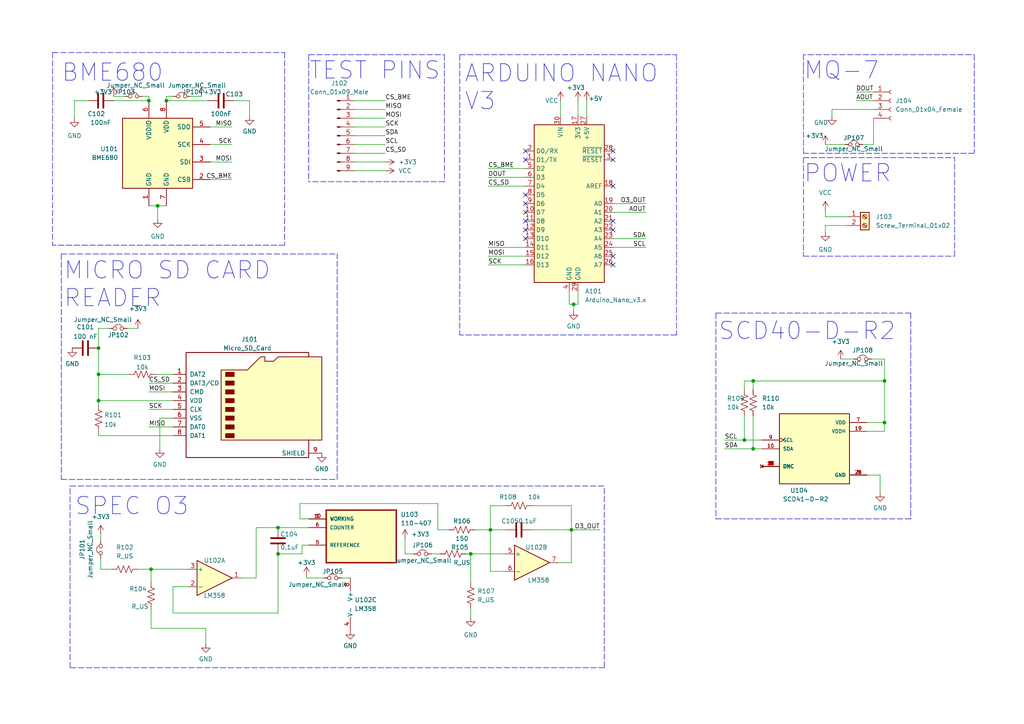
<source format=kicad_sch>
(kicad_sch (version 20211123) (generator eeschema)

  (uuid 224a5e4b-4169-423b-8705-2094a6be5cf7)

  (paper "A4")

  (lib_symbols
    (symbol "110-407:110-407" (pin_names (offset 1.016)) (in_bom yes) (on_board yes)
      (property "Reference" "U" (id 0) (at -10.1669 8.3877 0)
        (effects (font (size 1.27 1.27)) (justify left bottom))
      )
      (property "Value" "110-407" (id 1) (at -10.17 -10.17 0)
        (effects (font (size 1.27 1.27)) (justify left bottom))
      )
      (property "Footprint" "XDCR_110-407" (id 2) (at 0 0 0)
        (effects (font (size 1.27 1.27)) (justify bottom) hide)
      )
      (property "Datasheet" "" (id 3) (at 0 0 0)
        (effects (font (size 1.27 1.27)) hide)
      )
      (property "PARTREV" "June 2017" (id 4) (at 0 0 0)
        (effects (font (size 1.27 1.27)) (justify bottom) hide)
      )
      (property "STANDARD" "Manufacturer Recommendations" (id 5) (at 0 0 0)
        (effects (font (size 1.27 1.27)) (justify bottom) hide)
      )
      (property "MANUFACTURER" "SPEC Sensors" (id 6) (at 0 0 0)
        (effects (font (size 1.27 1.27)) (justify bottom) hide)
      )
      (symbol "110-407_0_0"
        (rectangle (start -10.16 -7.62) (end 10.16 7.62)
          (stroke (width 0.4064) (type default) (color 0 0 0 0))
          (fill (type background))
        )
        (pin bidirectional line (at -15.24 5.08 0) (length 5.08)
          (name "WORKING" (effects (font (size 1.016 1.016))))
          (number "1" (effects (font (size 1.016 1.016))))
        )
        (pin bidirectional line (at -15.24 5.08 0) (length 5.08)
          (name "WORKING" (effects (font (size 1.016 1.016))))
          (number "10" (effects (font (size 1.016 1.016))))
        )
        (pin bidirectional line (at -15.24 -2.54 0) (length 5.08)
          (name "REFERENCE" (effects (font (size 1.016 1.016))))
          (number "5" (effects (font (size 1.016 1.016))))
        )
        (pin bidirectional line (at -15.24 2.54 0) (length 5.08)
          (name "COUNTER" (effects (font (size 1.016 1.016))))
          (number "6" (effects (font (size 1.016 1.016))))
        )
      )
    )
    (symbol "Amplifier_Operational:LM358" (pin_names (offset 0.127)) (in_bom yes) (on_board yes)
      (property "Reference" "U" (id 0) (at 0 5.08 0)
        (effects (font (size 1.27 1.27)) (justify left))
      )
      (property "Value" "LM358" (id 1) (at 0 -5.08 0)
        (effects (font (size 1.27 1.27)) (justify left))
      )
      (property "Footprint" "" (id 2) (at 0 0 0)
        (effects (font (size 1.27 1.27)) hide)
      )
      (property "Datasheet" "http://www.ti.com/lit/ds/symlink/lm2904-n.pdf" (id 3) (at 0 0 0)
        (effects (font (size 1.27 1.27)) hide)
      )
      (property "ki_locked" "" (id 4) (at 0 0 0)
        (effects (font (size 1.27 1.27)))
      )
      (property "ki_keywords" "dual opamp" (id 5) (at 0 0 0)
        (effects (font (size 1.27 1.27)) hide)
      )
      (property "ki_description" "Low-Power, Dual Operational Amplifiers, DIP-8/SOIC-8/TO-99-8" (id 6) (at 0 0 0)
        (effects (font (size 1.27 1.27)) hide)
      )
      (property "ki_fp_filters" "SOIC*3.9x4.9mm*P1.27mm* DIP*W7.62mm* TO*99* OnSemi*Micro8* TSSOP*3x3mm*P0.65mm* TSSOP*4.4x3mm*P0.65mm* MSOP*3x3mm*P0.65mm* SSOP*3.9x4.9mm*P0.635mm* LFCSP*2x2mm*P0.5mm* *SIP* SOIC*5.3x6.2mm*P1.27mm*" (id 7) (at 0 0 0)
        (effects (font (size 1.27 1.27)) hide)
      )
      (symbol "LM358_1_1"
        (polyline
          (pts
            (xy -5.08 5.08)
            (xy 5.08 0)
            (xy -5.08 -5.08)
            (xy -5.08 5.08)
          )
          (stroke (width 0.254) (type default) (color 0 0 0 0))
          (fill (type background))
        )
        (pin output line (at 7.62 0 180) (length 2.54)
          (name "~" (effects (font (size 1.27 1.27))))
          (number "1" (effects (font (size 1.27 1.27))))
        )
        (pin input line (at -7.62 -2.54 0) (length 2.54)
          (name "-" (effects (font (size 1.27 1.27))))
          (number "2" (effects (font (size 1.27 1.27))))
        )
        (pin input line (at -7.62 2.54 0) (length 2.54)
          (name "+" (effects (font (size 1.27 1.27))))
          (number "3" (effects (font (size 1.27 1.27))))
        )
      )
      (symbol "LM358_2_1"
        (polyline
          (pts
            (xy -5.08 5.08)
            (xy 5.08 0)
            (xy -5.08 -5.08)
            (xy -5.08 5.08)
          )
          (stroke (width 0.254) (type default) (color 0 0 0 0))
          (fill (type background))
        )
        (pin input line (at -7.62 2.54 0) (length 2.54)
          (name "+" (effects (font (size 1.27 1.27))))
          (number "5" (effects (font (size 1.27 1.27))))
        )
        (pin input line (at -7.62 -2.54 0) (length 2.54)
          (name "-" (effects (font (size 1.27 1.27))))
          (number "6" (effects (font (size 1.27 1.27))))
        )
        (pin output line (at 7.62 0 180) (length 2.54)
          (name "~" (effects (font (size 1.27 1.27))))
          (number "7" (effects (font (size 1.27 1.27))))
        )
      )
      (symbol "LM358_3_1"
        (pin power_in line (at -2.54 -7.62 90) (length 3.81)
          (name "V-" (effects (font (size 1.27 1.27))))
          (number "4" (effects (font (size 1.27 1.27))))
        )
        (pin power_in line (at -2.54 7.62 270) (length 3.81)
          (name "V+" (effects (font (size 1.27 1.27))))
          (number "8" (effects (font (size 1.27 1.27))))
        )
      )
    )
    (symbol "Connector:Conn_01x04_Female" (pin_names (offset 1.016) hide) (in_bom yes) (on_board yes)
      (property "Reference" "J" (id 0) (at 0 5.08 0)
        (effects (font (size 1.27 1.27)))
      )
      (property "Value" "Conn_01x04_Female" (id 1) (at 0 -7.62 0)
        (effects (font (size 1.27 1.27)))
      )
      (property "Footprint" "" (id 2) (at 0 0 0)
        (effects (font (size 1.27 1.27)) hide)
      )
      (property "Datasheet" "~" (id 3) (at 0 0 0)
        (effects (font (size 1.27 1.27)) hide)
      )
      (property "ki_keywords" "connector" (id 4) (at 0 0 0)
        (effects (font (size 1.27 1.27)) hide)
      )
      (property "ki_description" "Generic connector, single row, 01x04, script generated (kicad-library-utils/schlib/autogen/connector/)" (id 5) (at 0 0 0)
        (effects (font (size 1.27 1.27)) hide)
      )
      (property "ki_fp_filters" "Connector*:*_1x??_*" (id 6) (at 0 0 0)
        (effects (font (size 1.27 1.27)) hide)
      )
      (symbol "Conn_01x04_Female_1_1"
        (arc (start 0 -4.572) (mid -0.508 -5.08) (end 0 -5.588)
          (stroke (width 0.1524) (type default) (color 0 0 0 0))
          (fill (type none))
        )
        (arc (start 0 -2.032) (mid -0.508 -2.54) (end 0 -3.048)
          (stroke (width 0.1524) (type default) (color 0 0 0 0))
          (fill (type none))
        )
        (polyline
          (pts
            (xy -1.27 -5.08)
            (xy -0.508 -5.08)
          )
          (stroke (width 0.1524) (type default) (color 0 0 0 0))
          (fill (type none))
        )
        (polyline
          (pts
            (xy -1.27 -2.54)
            (xy -0.508 -2.54)
          )
          (stroke (width 0.1524) (type default) (color 0 0 0 0))
          (fill (type none))
        )
        (polyline
          (pts
            (xy -1.27 0)
            (xy -0.508 0)
          )
          (stroke (width 0.1524) (type default) (color 0 0 0 0))
          (fill (type none))
        )
        (polyline
          (pts
            (xy -1.27 2.54)
            (xy -0.508 2.54)
          )
          (stroke (width 0.1524) (type default) (color 0 0 0 0))
          (fill (type none))
        )
        (arc (start 0 0.508) (mid -0.508 0) (end 0 -0.508)
          (stroke (width 0.1524) (type default) (color 0 0 0 0))
          (fill (type none))
        )
        (arc (start 0 3.048) (mid -0.508 2.54) (end 0 2.032)
          (stroke (width 0.1524) (type default) (color 0 0 0 0))
          (fill (type none))
        )
        (pin passive line (at -5.08 2.54 0) (length 3.81)
          (name "Pin_1" (effects (font (size 1.27 1.27))))
          (number "1" (effects (font (size 1.27 1.27))))
        )
        (pin passive line (at -5.08 0 0) (length 3.81)
          (name "Pin_2" (effects (font (size 1.27 1.27))))
          (number "2" (effects (font (size 1.27 1.27))))
        )
        (pin passive line (at -5.08 -2.54 0) (length 3.81)
          (name "Pin_3" (effects (font (size 1.27 1.27))))
          (number "3" (effects (font (size 1.27 1.27))))
        )
        (pin passive line (at -5.08 -5.08 0) (length 3.81)
          (name "Pin_4" (effects (font (size 1.27 1.27))))
          (number "4" (effects (font (size 1.27 1.27))))
        )
      )
    )
    (symbol "Connector:Conn_01x09_Male" (pin_names (offset 1.016) hide) (in_bom yes) (on_board yes)
      (property "Reference" "J" (id 0) (at 0 12.7 0)
        (effects (font (size 1.27 1.27)))
      )
      (property "Value" "Conn_01x09_Male" (id 1) (at 0 -12.7 0)
        (effects (font (size 1.27 1.27)))
      )
      (property "Footprint" "" (id 2) (at 0 0 0)
        (effects (font (size 1.27 1.27)) hide)
      )
      (property "Datasheet" "~" (id 3) (at 0 0 0)
        (effects (font (size 1.27 1.27)) hide)
      )
      (property "ki_keywords" "connector" (id 4) (at 0 0 0)
        (effects (font (size 1.27 1.27)) hide)
      )
      (property "ki_description" "Generic connector, single row, 01x09, script generated (kicad-library-utils/schlib/autogen/connector/)" (id 5) (at 0 0 0)
        (effects (font (size 1.27 1.27)) hide)
      )
      (property "ki_fp_filters" "Connector*:*_1x??_*" (id 6) (at 0 0 0)
        (effects (font (size 1.27 1.27)) hide)
      )
      (symbol "Conn_01x09_Male_1_1"
        (polyline
          (pts
            (xy 1.27 -10.16)
            (xy 0.8636 -10.16)
          )
          (stroke (width 0.1524) (type default) (color 0 0 0 0))
          (fill (type none))
        )
        (polyline
          (pts
            (xy 1.27 -7.62)
            (xy 0.8636 -7.62)
          )
          (stroke (width 0.1524) (type default) (color 0 0 0 0))
          (fill (type none))
        )
        (polyline
          (pts
            (xy 1.27 -5.08)
            (xy 0.8636 -5.08)
          )
          (stroke (width 0.1524) (type default) (color 0 0 0 0))
          (fill (type none))
        )
        (polyline
          (pts
            (xy 1.27 -2.54)
            (xy 0.8636 -2.54)
          )
          (stroke (width 0.1524) (type default) (color 0 0 0 0))
          (fill (type none))
        )
        (polyline
          (pts
            (xy 1.27 0)
            (xy 0.8636 0)
          )
          (stroke (width 0.1524) (type default) (color 0 0 0 0))
          (fill (type none))
        )
        (polyline
          (pts
            (xy 1.27 2.54)
            (xy 0.8636 2.54)
          )
          (stroke (width 0.1524) (type default) (color 0 0 0 0))
          (fill (type none))
        )
        (polyline
          (pts
            (xy 1.27 5.08)
            (xy 0.8636 5.08)
          )
          (stroke (width 0.1524) (type default) (color 0 0 0 0))
          (fill (type none))
        )
        (polyline
          (pts
            (xy 1.27 7.62)
            (xy 0.8636 7.62)
          )
          (stroke (width 0.1524) (type default) (color 0 0 0 0))
          (fill (type none))
        )
        (polyline
          (pts
            (xy 1.27 10.16)
            (xy 0.8636 10.16)
          )
          (stroke (width 0.1524) (type default) (color 0 0 0 0))
          (fill (type none))
        )
        (rectangle (start 0.8636 -10.033) (end 0 -10.287)
          (stroke (width 0.1524) (type default) (color 0 0 0 0))
          (fill (type outline))
        )
        (rectangle (start 0.8636 -7.493) (end 0 -7.747)
          (stroke (width 0.1524) (type default) (color 0 0 0 0))
          (fill (type outline))
        )
        (rectangle (start 0.8636 -4.953) (end 0 -5.207)
          (stroke (width 0.1524) (type default) (color 0 0 0 0))
          (fill (type outline))
        )
        (rectangle (start 0.8636 -2.413) (end 0 -2.667)
          (stroke (width 0.1524) (type default) (color 0 0 0 0))
          (fill (type outline))
        )
        (rectangle (start 0.8636 0.127) (end 0 -0.127)
          (stroke (width 0.1524) (type default) (color 0 0 0 0))
          (fill (type outline))
        )
        (rectangle (start 0.8636 2.667) (end 0 2.413)
          (stroke (width 0.1524) (type default) (color 0 0 0 0))
          (fill (type outline))
        )
        (rectangle (start 0.8636 5.207) (end 0 4.953)
          (stroke (width 0.1524) (type default) (color 0 0 0 0))
          (fill (type outline))
        )
        (rectangle (start 0.8636 7.747) (end 0 7.493)
          (stroke (width 0.1524) (type default) (color 0 0 0 0))
          (fill (type outline))
        )
        (rectangle (start 0.8636 10.287) (end 0 10.033)
          (stroke (width 0.1524) (type default) (color 0 0 0 0))
          (fill (type outline))
        )
        (pin passive line (at 5.08 10.16 180) (length 3.81)
          (name "Pin_1" (effects (font (size 1.27 1.27))))
          (number "1" (effects (font (size 1.27 1.27))))
        )
        (pin passive line (at 5.08 7.62 180) (length 3.81)
          (name "Pin_2" (effects (font (size 1.27 1.27))))
          (number "2" (effects (font (size 1.27 1.27))))
        )
        (pin passive line (at 5.08 5.08 180) (length 3.81)
          (name "Pin_3" (effects (font (size 1.27 1.27))))
          (number "3" (effects (font (size 1.27 1.27))))
        )
        (pin passive line (at 5.08 2.54 180) (length 3.81)
          (name "Pin_4" (effects (font (size 1.27 1.27))))
          (number "4" (effects (font (size 1.27 1.27))))
        )
        (pin passive line (at 5.08 0 180) (length 3.81)
          (name "Pin_5" (effects (font (size 1.27 1.27))))
          (number "5" (effects (font (size 1.27 1.27))))
        )
        (pin passive line (at 5.08 -2.54 180) (length 3.81)
          (name "Pin_6" (effects (font (size 1.27 1.27))))
          (number "6" (effects (font (size 1.27 1.27))))
        )
        (pin passive line (at 5.08 -5.08 180) (length 3.81)
          (name "Pin_7" (effects (font (size 1.27 1.27))))
          (number "7" (effects (font (size 1.27 1.27))))
        )
        (pin passive line (at 5.08 -7.62 180) (length 3.81)
          (name "Pin_8" (effects (font (size 1.27 1.27))))
          (number "8" (effects (font (size 1.27 1.27))))
        )
        (pin passive line (at 5.08 -10.16 180) (length 3.81)
          (name "Pin_9" (effects (font (size 1.27 1.27))))
          (number "9" (effects (font (size 1.27 1.27))))
        )
      )
    )
    (symbol "Connector:Micro_SD_Card" (pin_names (offset 1.016)) (in_bom yes) (on_board yes)
      (property "Reference" "J" (id 0) (at -16.51 15.24 0)
        (effects (font (size 1.27 1.27)))
      )
      (property "Value" "Micro_SD_Card" (id 1) (at 16.51 15.24 0)
        (effects (font (size 1.27 1.27)) (justify right))
      )
      (property "Footprint" "" (id 2) (at 29.21 7.62 0)
        (effects (font (size 1.27 1.27)) hide)
      )
      (property "Datasheet" "http://katalog.we-online.de/em/datasheet/693072010801.pdf" (id 3) (at 0 0 0)
        (effects (font (size 1.27 1.27)) hide)
      )
      (property "ki_keywords" "connector SD microsd" (id 4) (at 0 0 0)
        (effects (font (size 1.27 1.27)) hide)
      )
      (property "ki_description" "Micro SD Card Socket" (id 5) (at 0 0 0)
        (effects (font (size 1.27 1.27)) hide)
      )
      (property "ki_fp_filters" "microSD*" (id 6) (at 0 0 0)
        (effects (font (size 1.27 1.27)) hide)
      )
      (symbol "Micro_SD_Card_0_1"
        (rectangle (start -7.62 -9.525) (end -5.08 -10.795)
          (stroke (width 0) (type default) (color 0 0 0 0))
          (fill (type outline))
        )
        (rectangle (start -7.62 -6.985) (end -5.08 -8.255)
          (stroke (width 0) (type default) (color 0 0 0 0))
          (fill (type outline))
        )
        (rectangle (start -7.62 -4.445) (end -5.08 -5.715)
          (stroke (width 0) (type default) (color 0 0 0 0))
          (fill (type outline))
        )
        (rectangle (start -7.62 -1.905) (end -5.08 -3.175)
          (stroke (width 0) (type default) (color 0 0 0 0))
          (fill (type outline))
        )
        (rectangle (start -7.62 0.635) (end -5.08 -0.635)
          (stroke (width 0) (type default) (color 0 0 0 0))
          (fill (type outline))
        )
        (rectangle (start -7.62 3.175) (end -5.08 1.905)
          (stroke (width 0) (type default) (color 0 0 0 0))
          (fill (type outline))
        )
        (rectangle (start -7.62 5.715) (end -5.08 4.445)
          (stroke (width 0) (type default) (color 0 0 0 0))
          (fill (type outline))
        )
        (rectangle (start -7.62 8.255) (end -5.08 6.985)
          (stroke (width 0) (type default) (color 0 0 0 0))
          (fill (type outline))
        )
        (polyline
          (pts
            (xy 16.51 12.7)
            (xy 16.51 13.97)
            (xy -19.05 13.97)
            (xy -19.05 -16.51)
            (xy 16.51 -16.51)
            (xy 16.51 -11.43)
          )
          (stroke (width 0.254) (type default) (color 0 0 0 0))
          (fill (type none))
        )
        (polyline
          (pts
            (xy -8.89 -11.43)
            (xy -8.89 8.89)
            (xy -1.27 8.89)
            (xy 2.54 12.7)
            (xy 3.81 12.7)
            (xy 3.81 11.43)
            (xy 6.35 11.43)
            (xy 7.62 12.7)
            (xy 20.32 12.7)
            (xy 20.32 -11.43)
            (xy -8.89 -11.43)
          )
          (stroke (width 0.254) (type default) (color 0 0 0 0))
          (fill (type background))
        )
      )
      (symbol "Micro_SD_Card_1_1"
        (pin bidirectional line (at -22.86 7.62 0) (length 3.81)
          (name "DAT2" (effects (font (size 1.27 1.27))))
          (number "1" (effects (font (size 1.27 1.27))))
        )
        (pin bidirectional line (at -22.86 5.08 0) (length 3.81)
          (name "DAT3/CD" (effects (font (size 1.27 1.27))))
          (number "2" (effects (font (size 1.27 1.27))))
        )
        (pin input line (at -22.86 2.54 0) (length 3.81)
          (name "CMD" (effects (font (size 1.27 1.27))))
          (number "3" (effects (font (size 1.27 1.27))))
        )
        (pin power_in line (at -22.86 0 0) (length 3.81)
          (name "VDD" (effects (font (size 1.27 1.27))))
          (number "4" (effects (font (size 1.27 1.27))))
        )
        (pin input line (at -22.86 -2.54 0) (length 3.81)
          (name "CLK" (effects (font (size 1.27 1.27))))
          (number "5" (effects (font (size 1.27 1.27))))
        )
        (pin power_in line (at -22.86 -5.08 0) (length 3.81)
          (name "VSS" (effects (font (size 1.27 1.27))))
          (number "6" (effects (font (size 1.27 1.27))))
        )
        (pin bidirectional line (at -22.86 -7.62 0) (length 3.81)
          (name "DAT0" (effects (font (size 1.27 1.27))))
          (number "7" (effects (font (size 1.27 1.27))))
        )
        (pin bidirectional line (at -22.86 -10.16 0) (length 3.81)
          (name "DAT1" (effects (font (size 1.27 1.27))))
          (number "8" (effects (font (size 1.27 1.27))))
        )
        (pin passive line (at 20.32 -15.24 180) (length 3.81)
          (name "SHIELD" (effects (font (size 1.27 1.27))))
          (number "9" (effects (font (size 1.27 1.27))))
        )
      )
    )
    (symbol "Connector:Screw_Terminal_01x02" (pin_names (offset 1.016) hide) (in_bom yes) (on_board yes)
      (property "Reference" "J" (id 0) (at 0 2.54 0)
        (effects (font (size 1.27 1.27)))
      )
      (property "Value" "Screw_Terminal_01x02" (id 1) (at 0 -5.08 0)
        (effects (font (size 1.27 1.27)))
      )
      (property "Footprint" "" (id 2) (at 0 0 0)
        (effects (font (size 1.27 1.27)) hide)
      )
      (property "Datasheet" "~" (id 3) (at 0 0 0)
        (effects (font (size 1.27 1.27)) hide)
      )
      (property "ki_keywords" "screw terminal" (id 4) (at 0 0 0)
        (effects (font (size 1.27 1.27)) hide)
      )
      (property "ki_description" "Generic screw terminal, single row, 01x02, script generated (kicad-library-utils/schlib/autogen/connector/)" (id 5) (at 0 0 0)
        (effects (font (size 1.27 1.27)) hide)
      )
      (property "ki_fp_filters" "TerminalBlock*:*" (id 6) (at 0 0 0)
        (effects (font (size 1.27 1.27)) hide)
      )
      (symbol "Screw_Terminal_01x02_1_1"
        (rectangle (start -1.27 1.27) (end 1.27 -3.81)
          (stroke (width 0.254) (type default) (color 0 0 0 0))
          (fill (type background))
        )
        (circle (center 0 -2.54) (radius 0.635)
          (stroke (width 0.1524) (type default) (color 0 0 0 0))
          (fill (type none))
        )
        (polyline
          (pts
            (xy -0.5334 -2.2098)
            (xy 0.3302 -3.048)
          )
          (stroke (width 0.1524) (type default) (color 0 0 0 0))
          (fill (type none))
        )
        (polyline
          (pts
            (xy -0.5334 0.3302)
            (xy 0.3302 -0.508)
          )
          (stroke (width 0.1524) (type default) (color 0 0 0 0))
          (fill (type none))
        )
        (polyline
          (pts
            (xy -0.3556 -2.032)
            (xy 0.508 -2.8702)
          )
          (stroke (width 0.1524) (type default) (color 0 0 0 0))
          (fill (type none))
        )
        (polyline
          (pts
            (xy -0.3556 0.508)
            (xy 0.508 -0.3302)
          )
          (stroke (width 0.1524) (type default) (color 0 0 0 0))
          (fill (type none))
        )
        (circle (center 0 0) (radius 0.635)
          (stroke (width 0.1524) (type default) (color 0 0 0 0))
          (fill (type none))
        )
        (pin passive line (at -5.08 0 0) (length 3.81)
          (name "Pin_1" (effects (font (size 1.27 1.27))))
          (number "1" (effects (font (size 1.27 1.27))))
        )
        (pin passive line (at -5.08 -2.54 0) (length 3.81)
          (name "Pin_2" (effects (font (size 1.27 1.27))))
          (number "2" (effects (font (size 1.27 1.27))))
        )
      )
    )
    (symbol "D24V50F5:C" (pin_numbers hide) (pin_names (offset 0.254)) (in_bom yes) (on_board yes)
      (property "Reference" "C" (id 0) (at 0.635 2.54 0)
        (effects (font (size 1.27 1.27)) (justify left))
      )
      (property "Value" "C" (id 1) (at 0.635 -2.54 0)
        (effects (font (size 1.27 1.27)) (justify left))
      )
      (property "Footprint" "" (id 2) (at 0.9652 -3.81 0)
        (effects (font (size 1.27 1.27)) hide)
      )
      (property "Datasheet" "~" (id 3) (at 0 0 0)
        (effects (font (size 1.27 1.27)) hide)
      )
      (property "ki_keywords" "cap capacitor" (id 4) (at 0 0 0)
        (effects (font (size 1.27 1.27)) hide)
      )
      (property "ki_description" "Unpolarized capacitor" (id 5) (at 0 0 0)
        (effects (font (size 1.27 1.27)) hide)
      )
      (property "ki_fp_filters" "C_*" (id 6) (at 0 0 0)
        (effects (font (size 1.27 1.27)) hide)
      )
      (symbol "C_0_1"
        (polyline
          (pts
            (xy -2.032 -0.762)
            (xy 2.032 -0.762)
          )
          (stroke (width 0.508) (type default) (color 0 0 0 0))
          (fill (type none))
        )
        (polyline
          (pts
            (xy -2.032 0.762)
            (xy 2.032 0.762)
          )
          (stroke (width 0.508) (type default) (color 0 0 0 0))
          (fill (type none))
        )
      )
      (symbol "C_1_1"
        (pin passive line (at 0 3.81 270) (length 2.794)
          (name "~" (effects (font (size 1.27 1.27))))
          (number "1" (effects (font (size 1.27 1.27))))
        )
        (pin passive line (at 0 -3.81 90) (length 2.794)
          (name "~" (effects (font (size 1.27 1.27))))
          (number "2" (effects (font (size 1.27 1.27))))
        )
      )
    )
    (symbol "D24V50F5:R_US" (pin_numbers hide) (pin_names (offset 0)) (in_bom yes) (on_board yes)
      (property "Reference" "R" (id 0) (at 2.54 0 90)
        (effects (font (size 1.27 1.27)))
      )
      (property "Value" "R_US" (id 1) (at -2.54 0 90)
        (effects (font (size 1.27 1.27)))
      )
      (property "Footprint" "" (id 2) (at 1.016 -0.254 90)
        (effects (font (size 1.27 1.27)) hide)
      )
      (property "Datasheet" "~" (id 3) (at 0 0 0)
        (effects (font (size 1.27 1.27)) hide)
      )
      (property "ki_keywords" "R res resistor" (id 4) (at 0 0 0)
        (effects (font (size 1.27 1.27)) hide)
      )
      (property "ki_description" "Resistor, US symbol" (id 5) (at 0 0 0)
        (effects (font (size 1.27 1.27)) hide)
      )
      (property "ki_fp_filters" "R_*" (id 6) (at 0 0 0)
        (effects (font (size 1.27 1.27)) hide)
      )
      (symbol "R_US_0_1"
        (polyline
          (pts
            (xy 0 -2.286)
            (xy 0 -2.54)
          )
          (stroke (width 0) (type default) (color 0 0 0 0))
          (fill (type none))
        )
        (polyline
          (pts
            (xy 0 2.286)
            (xy 0 2.54)
          )
          (stroke (width 0) (type default) (color 0 0 0 0))
          (fill (type none))
        )
        (polyline
          (pts
            (xy 0 -0.762)
            (xy 1.016 -1.143)
            (xy 0 -1.524)
            (xy -1.016 -1.905)
            (xy 0 -2.286)
          )
          (stroke (width 0) (type default) (color 0 0 0 0))
          (fill (type none))
        )
        (polyline
          (pts
            (xy 0 0.762)
            (xy 1.016 0.381)
            (xy 0 0)
            (xy -1.016 -0.381)
            (xy 0 -0.762)
          )
          (stroke (width 0) (type default) (color 0 0 0 0))
          (fill (type none))
        )
        (polyline
          (pts
            (xy 0 2.286)
            (xy 1.016 1.905)
            (xy 0 1.524)
            (xy -1.016 1.143)
            (xy 0 0.762)
          )
          (stroke (width 0) (type default) (color 0 0 0 0))
          (fill (type none))
        )
      )
      (symbol "R_US_1_1"
        (pin passive line (at 0 3.81 270) (length 1.27)
          (name "~" (effects (font (size 1.27 1.27))))
          (number "1" (effects (font (size 1.27 1.27))))
        )
        (pin passive line (at 0 -3.81 90) (length 1.27)
          (name "~" (effects (font (size 1.27 1.27))))
          (number "2" (effects (font (size 1.27 1.27))))
        )
      )
    )
    (symbol "Device:C" (pin_numbers hide) (pin_names (offset 0.254)) (in_bom yes) (on_board yes)
      (property "Reference" "C" (id 0) (at 0.635 2.54 0)
        (effects (font (size 1.27 1.27)) (justify left))
      )
      (property "Value" "C" (id 1) (at 0.635 -2.54 0)
        (effects (font (size 1.27 1.27)) (justify left))
      )
      (property "Footprint" "" (id 2) (at 0.9652 -3.81 0)
        (effects (font (size 1.27 1.27)) hide)
      )
      (property "Datasheet" "~" (id 3) (at 0 0 0)
        (effects (font (size 1.27 1.27)) hide)
      )
      (property "ki_keywords" "cap capacitor" (id 4) (at 0 0 0)
        (effects (font (size 1.27 1.27)) hide)
      )
      (property "ki_description" "Unpolarized capacitor" (id 5) (at 0 0 0)
        (effects (font (size 1.27 1.27)) hide)
      )
      (property "ki_fp_filters" "C_*" (id 6) (at 0 0 0)
        (effects (font (size 1.27 1.27)) hide)
      )
      (symbol "C_0_1"
        (polyline
          (pts
            (xy -2.032 -0.762)
            (xy 2.032 -0.762)
          )
          (stroke (width 0.508) (type default) (color 0 0 0 0))
          (fill (type none))
        )
        (polyline
          (pts
            (xy -2.032 0.762)
            (xy 2.032 0.762)
          )
          (stroke (width 0.508) (type default) (color 0 0 0 0))
          (fill (type none))
        )
      )
      (symbol "C_1_1"
        (pin passive line (at 0 3.81 270) (length 2.794)
          (name "~" (effects (font (size 1.27 1.27))))
          (number "1" (effects (font (size 1.27 1.27))))
        )
        (pin passive line (at 0 -3.81 90) (length 2.794)
          (name "~" (effects (font (size 1.27 1.27))))
          (number "2" (effects (font (size 1.27 1.27))))
        )
      )
    )
    (symbol "Device:Jumper_NC_Small" (pin_numbers hide) (pin_names (offset 0.762) hide) (in_bom yes) (on_board yes)
      (property "Reference" "JP" (id 0) (at 0 2.032 0)
        (effects (font (size 1.27 1.27)))
      )
      (property "Value" "Device_Jumper_NC_Small" (id 1) (at 0.254 -1.524 0)
        (effects (font (size 1.27 1.27)))
      )
      (property "Footprint" "" (id 2) (at 0 0 0)
        (effects (font (size 1.27 1.27)) hide)
      )
      (property "Datasheet" "" (id 3) (at 0 0 0)
        (effects (font (size 1.27 1.27)) hide)
      )
      (property "ki_fp_filters" "SolderJumper*Bridged* Jumper* TestPoint*2Pads* TestPoint*Bridge*" (id 4) (at 0 0 0)
        (effects (font (size 1.27 1.27)) hide)
      )
      (symbol "Jumper_NC_Small_0_1"
        (circle (center -1.016 0) (radius 0.508)
          (stroke (width 0) (type default) (color 0 0 0 0))
          (fill (type none))
        )
        (circle (center 1.016 0) (radius 0.508)
          (stroke (width 0) (type default) (color 0 0 0 0))
          (fill (type none))
        )
        (arc (start 1.016 0.762) (mid 0 1.1828) (end -1.016 0.762)
          (stroke (width 0) (type default) (color 0 0 0 0))
          (fill (type none))
        )
        (pin passive line (at -2.54 0 0) (length 1.016)
          (name "1" (effects (font (size 1.27 1.27))))
          (number "1" (effects (font (size 1.27 1.27))))
        )
        (pin passive line (at 2.54 0 180) (length 1.016)
          (name "2" (effects (font (size 1.27 1.27))))
          (number "2" (effects (font (size 1.27 1.27))))
        )
      )
    )
    (symbol "Device:R_US" (pin_numbers hide) (pin_names (offset 0)) (in_bom yes) (on_board yes)
      (property "Reference" "R" (id 0) (at 2.54 0 90)
        (effects (font (size 1.27 1.27)))
      )
      (property "Value" "R_US" (id 1) (at -2.54 0 90)
        (effects (font (size 1.27 1.27)))
      )
      (property "Footprint" "" (id 2) (at 1.016 -0.254 90)
        (effects (font (size 1.27 1.27)) hide)
      )
      (property "Datasheet" "~" (id 3) (at 0 0 0)
        (effects (font (size 1.27 1.27)) hide)
      )
      (property "ki_keywords" "R res resistor" (id 4) (at 0 0 0)
        (effects (font (size 1.27 1.27)) hide)
      )
      (property "ki_description" "Resistor, US symbol" (id 5) (at 0 0 0)
        (effects (font (size 1.27 1.27)) hide)
      )
      (property "ki_fp_filters" "R_*" (id 6) (at 0 0 0)
        (effects (font (size 1.27 1.27)) hide)
      )
      (symbol "R_US_0_1"
        (polyline
          (pts
            (xy 0 -2.286)
            (xy 0 -2.54)
          )
          (stroke (width 0) (type default) (color 0 0 0 0))
          (fill (type none))
        )
        (polyline
          (pts
            (xy 0 2.286)
            (xy 0 2.54)
          )
          (stroke (width 0) (type default) (color 0 0 0 0))
          (fill (type none))
        )
        (polyline
          (pts
            (xy 0 -0.762)
            (xy 1.016 -1.143)
            (xy 0 -1.524)
            (xy -1.016 -1.905)
            (xy 0 -2.286)
          )
          (stroke (width 0) (type default) (color 0 0 0 0))
          (fill (type none))
        )
        (polyline
          (pts
            (xy 0 0.762)
            (xy 1.016 0.381)
            (xy 0 0)
            (xy -1.016 -0.381)
            (xy 0 -0.762)
          )
          (stroke (width 0) (type default) (color 0 0 0 0))
          (fill (type none))
        )
        (polyline
          (pts
            (xy 0 2.286)
            (xy 1.016 1.905)
            (xy 0 1.524)
            (xy -1.016 1.143)
            (xy 0 0.762)
          )
          (stroke (width 0) (type default) (color 0 0 0 0))
          (fill (type none))
        )
      )
      (symbol "R_US_1_1"
        (pin passive line (at 0 3.81 270) (length 1.27)
          (name "~" (effects (font (size 1.27 1.27))))
          (number "1" (effects (font (size 1.27 1.27))))
        )
        (pin passive line (at 0 -3.81 90) (length 1.27)
          (name "~" (effects (font (size 1.27 1.27))))
          (number "2" (effects (font (size 1.27 1.27))))
        )
      )
    )
    (symbol "GND_1" (power) (pin_names (offset 0)) (in_bom yes) (on_board yes)
      (property "Reference" "#PWR" (id 0) (at 0 -6.35 0)
        (effects (font (size 1.27 1.27)) hide)
      )
      (property "Value" "GND_1" (id 1) (at 0 -3.81 0)
        (effects (font (size 1.27 1.27)))
      )
      (property "Footprint" "" (id 2) (at 0 0 0)
        (effects (font (size 1.27 1.27)) hide)
      )
      (property "Datasheet" "" (id 3) (at 0 0 0)
        (effects (font (size 1.27 1.27)) hide)
      )
      (property "ki_keywords" "global power" (id 4) (at 0 0 0)
        (effects (font (size 1.27 1.27)) hide)
      )
      (property "ki_description" "Power symbol creates a global label with name \"GND\" , ground" (id 5) (at 0 0 0)
        (effects (font (size 1.27 1.27)) hide)
      )
      (symbol "GND_1_0_1"
        (polyline
          (pts
            (xy 0 0)
            (xy 0 -1.27)
            (xy 1.27 -1.27)
            (xy 0 -2.54)
            (xy -1.27 -1.27)
            (xy 0 -1.27)
          )
          (stroke (width 0) (type default) (color 0 0 0 0))
          (fill (type none))
        )
      )
      (symbol "GND_1_1_1"
        (pin power_in line (at 0 0 270) (length 0) hide
          (name "GND" (effects (font (size 1.27 1.27))))
          (number "1" (effects (font (size 1.27 1.27))))
        )
      )
    )
    (symbol "MCU_Module:Arduino_Nano_v3.x" (in_bom yes) (on_board yes)
      (property "Reference" "A" (id 0) (at -10.16 23.495 0)
        (effects (font (size 1.27 1.27)) (justify left bottom))
      )
      (property "Value" "Arduino_Nano_v3.x" (id 1) (at 5.08 -24.13 0)
        (effects (font (size 1.27 1.27)) (justify left top))
      )
      (property "Footprint" "Module:Arduino_Nano" (id 2) (at 0 0 0)
        (effects (font (size 1.27 1.27) italic) hide)
      )
      (property "Datasheet" "http://www.mouser.com/pdfdocs/Gravitech_Arduino_Nano3_0.pdf" (id 3) (at 0 0 0)
        (effects (font (size 1.27 1.27)) hide)
      )
      (property "ki_keywords" "Arduino nano microcontroller module USB" (id 4) (at 0 0 0)
        (effects (font (size 1.27 1.27)) hide)
      )
      (property "ki_description" "Arduino Nano v3.x" (id 5) (at 0 0 0)
        (effects (font (size 1.27 1.27)) hide)
      )
      (property "ki_fp_filters" "Arduino*Nano*" (id 6) (at 0 0 0)
        (effects (font (size 1.27 1.27)) hide)
      )
      (symbol "Arduino_Nano_v3.x_0_1"
        (rectangle (start -10.16 22.86) (end 10.16 -22.86)
          (stroke (width 0.254) (type default) (color 0 0 0 0))
          (fill (type background))
        )
      )
      (symbol "Arduino_Nano_v3.x_1_1"
        (pin bidirectional line (at -12.7 12.7 0) (length 2.54)
          (name "D1/TX" (effects (font (size 1.27 1.27))))
          (number "1" (effects (font (size 1.27 1.27))))
        )
        (pin bidirectional line (at -12.7 -2.54 0) (length 2.54)
          (name "D7" (effects (font (size 1.27 1.27))))
          (number "10" (effects (font (size 1.27 1.27))))
        )
        (pin bidirectional line (at -12.7 -5.08 0) (length 2.54)
          (name "D8" (effects (font (size 1.27 1.27))))
          (number "11" (effects (font (size 1.27 1.27))))
        )
        (pin bidirectional line (at -12.7 -7.62 0) (length 2.54)
          (name "D9" (effects (font (size 1.27 1.27))))
          (number "12" (effects (font (size 1.27 1.27))))
        )
        (pin bidirectional line (at -12.7 -10.16 0) (length 2.54)
          (name "D10" (effects (font (size 1.27 1.27))))
          (number "13" (effects (font (size 1.27 1.27))))
        )
        (pin bidirectional line (at -12.7 -12.7 0) (length 2.54)
          (name "D11" (effects (font (size 1.27 1.27))))
          (number "14" (effects (font (size 1.27 1.27))))
        )
        (pin bidirectional line (at -12.7 -15.24 0) (length 2.54)
          (name "D12" (effects (font (size 1.27 1.27))))
          (number "15" (effects (font (size 1.27 1.27))))
        )
        (pin bidirectional line (at -12.7 -17.78 0) (length 2.54)
          (name "D13" (effects (font (size 1.27 1.27))))
          (number "16" (effects (font (size 1.27 1.27))))
        )
        (pin power_out line (at 2.54 25.4 270) (length 2.54)
          (name "3V3" (effects (font (size 1.27 1.27))))
          (number "17" (effects (font (size 1.27 1.27))))
        )
        (pin input line (at 12.7 5.08 180) (length 2.54)
          (name "AREF" (effects (font (size 1.27 1.27))))
          (number "18" (effects (font (size 1.27 1.27))))
        )
        (pin bidirectional line (at 12.7 0 180) (length 2.54)
          (name "A0" (effects (font (size 1.27 1.27))))
          (number "19" (effects (font (size 1.27 1.27))))
        )
        (pin bidirectional line (at -12.7 15.24 0) (length 2.54)
          (name "D0/RX" (effects (font (size 1.27 1.27))))
          (number "2" (effects (font (size 1.27 1.27))))
        )
        (pin bidirectional line (at 12.7 -2.54 180) (length 2.54)
          (name "A1" (effects (font (size 1.27 1.27))))
          (number "20" (effects (font (size 1.27 1.27))))
        )
        (pin bidirectional line (at 12.7 -5.08 180) (length 2.54)
          (name "A2" (effects (font (size 1.27 1.27))))
          (number "21" (effects (font (size 1.27 1.27))))
        )
        (pin bidirectional line (at 12.7 -7.62 180) (length 2.54)
          (name "A3" (effects (font (size 1.27 1.27))))
          (number "22" (effects (font (size 1.27 1.27))))
        )
        (pin bidirectional line (at 12.7 -10.16 180) (length 2.54)
          (name "A4" (effects (font (size 1.27 1.27))))
          (number "23" (effects (font (size 1.27 1.27))))
        )
        (pin bidirectional line (at 12.7 -12.7 180) (length 2.54)
          (name "A5" (effects (font (size 1.27 1.27))))
          (number "24" (effects (font (size 1.27 1.27))))
        )
        (pin bidirectional line (at 12.7 -15.24 180) (length 2.54)
          (name "A6" (effects (font (size 1.27 1.27))))
          (number "25" (effects (font (size 1.27 1.27))))
        )
        (pin bidirectional line (at 12.7 -17.78 180) (length 2.54)
          (name "A7" (effects (font (size 1.27 1.27))))
          (number "26" (effects (font (size 1.27 1.27))))
        )
        (pin power_out line (at 5.08 25.4 270) (length 2.54)
          (name "+5V" (effects (font (size 1.27 1.27))))
          (number "27" (effects (font (size 1.27 1.27))))
        )
        (pin input line (at 12.7 15.24 180) (length 2.54)
          (name "~{RESET}" (effects (font (size 1.27 1.27))))
          (number "28" (effects (font (size 1.27 1.27))))
        )
        (pin power_in line (at 2.54 -25.4 90) (length 2.54)
          (name "GND" (effects (font (size 1.27 1.27))))
          (number "29" (effects (font (size 1.27 1.27))))
        )
        (pin input line (at 12.7 12.7 180) (length 2.54)
          (name "~{RESET}" (effects (font (size 1.27 1.27))))
          (number "3" (effects (font (size 1.27 1.27))))
        )
        (pin power_in line (at -2.54 25.4 270) (length 2.54)
          (name "VIN" (effects (font (size 1.27 1.27))))
          (number "30" (effects (font (size 1.27 1.27))))
        )
        (pin power_in line (at 0 -25.4 90) (length 2.54)
          (name "GND" (effects (font (size 1.27 1.27))))
          (number "4" (effects (font (size 1.27 1.27))))
        )
        (pin bidirectional line (at -12.7 10.16 0) (length 2.54)
          (name "D2" (effects (font (size 1.27 1.27))))
          (number "5" (effects (font (size 1.27 1.27))))
        )
        (pin bidirectional line (at -12.7 7.62 0) (length 2.54)
          (name "D3" (effects (font (size 1.27 1.27))))
          (number "6" (effects (font (size 1.27 1.27))))
        )
        (pin bidirectional line (at -12.7 5.08 0) (length 2.54)
          (name "D4" (effects (font (size 1.27 1.27))))
          (number "7" (effects (font (size 1.27 1.27))))
        )
        (pin bidirectional line (at -12.7 2.54 0) (length 2.54)
          (name "D5" (effects (font (size 1.27 1.27))))
          (number "8" (effects (font (size 1.27 1.27))))
        )
        (pin bidirectional line (at -12.7 0 0) (length 2.54)
          (name "D6" (effects (font (size 1.27 1.27))))
          (number "9" (effects (font (size 1.27 1.27))))
        )
      )
    )
    (symbol "SCD41-D-R2:SCD41-D-R2" (pin_names (offset 1.016)) (in_bom yes) (on_board yes)
      (property "Reference" "U" (id 0) (at -10.16 11.176 0)
        (effects (font (size 1.27 1.27)) (justify left bottom))
      )
      (property "Value" "SCD41-D-R2" (id 1) (at -10.16 -12.7 0)
        (effects (font (size 1.27 1.27)) (justify left bottom))
      )
      (property "Footprint" "XDCR_SCD41-D-R2" (id 2) (at 0 0 0)
        (effects (font (size 1.27 1.27)) (justify bottom) hide)
      )
      (property "Datasheet" "" (id 3) (at 0 0 0)
        (effects (font (size 1.27 1.27)) hide)
      )
      (property "PARTREV" "1.2" (id 4) (at 0 0 0)
        (effects (font (size 1.27 1.27)) (justify bottom) hide)
      )
      (property "STANDARD" "Manufacturer Recommendations" (id 5) (at 0 0 0)
        (effects (font (size 1.27 1.27)) (justify bottom) hide)
      )
      (property "SNAPEDA_PN" "SCD41-D-R2" (id 6) (at 0 0 0)
        (effects (font (size 1.27 1.27)) (justify bottom) hide)
      )
      (property "MAXIMUM_PACKAGE_HEIGHT" "6.8mm" (id 7) (at 0 0 0)
        (effects (font (size 1.27 1.27)) (justify bottom) hide)
      )
      (property "MANUFACTURER" "Sensirion" (id 8) (at 0 0 0)
        (effects (font (size 1.27 1.27)) (justify bottom) hide)
      )
      (symbol "SCD41-D-R2_0_0"
        (rectangle (start -10.16 -10.16) (end 10.16 10.16)
          (stroke (width 0.254) (type default) (color 0 0 0 0))
          (fill (type background))
        )
        (pin no_connect line (at -15.24 -5.08 0) (length 5.08)
          (name "DNC" (effects (font (size 1.016 1.016))))
          (number "1" (effects (font (size 1.016 1.016))))
        )
        (pin bidirectional line (at -15.24 0 0) (length 5.08)
          (name "SDA" (effects (font (size 1.016 1.016))))
          (number "10" (effects (font (size 1.016 1.016))))
        )
        (pin no_connect line (at -15.24 -5.08 0) (length 5.08)
          (name "DNC" (effects (font (size 1.016 1.016))))
          (number "11" (effects (font (size 1.016 1.016))))
        )
        (pin no_connect line (at -15.24 -5.08 0) (length 5.08)
          (name "DNC" (effects (font (size 1.016 1.016))))
          (number "12" (effects (font (size 1.016 1.016))))
        )
        (pin no_connect line (at -15.24 -5.08 0) (length 5.08)
          (name "DNC" (effects (font (size 1.016 1.016))))
          (number "13" (effects (font (size 1.016 1.016))))
        )
        (pin no_connect line (at -15.24 -5.08 0) (length 5.08)
          (name "DNC" (effects (font (size 1.016 1.016))))
          (number "14" (effects (font (size 1.016 1.016))))
        )
        (pin no_connect line (at -15.24 -5.08 0) (length 5.08)
          (name "DNC" (effects (font (size 1.016 1.016))))
          (number "15" (effects (font (size 1.016 1.016))))
        )
        (pin no_connect line (at -15.24 -5.08 0) (length 5.08)
          (name "DNC" (effects (font (size 1.016 1.016))))
          (number "16" (effects (font (size 1.016 1.016))))
        )
        (pin no_connect line (at -15.24 -5.08 0) (length 5.08)
          (name "DNC" (effects (font (size 1.016 1.016))))
          (number "17" (effects (font (size 1.016 1.016))))
        )
        (pin no_connect line (at -15.24 -5.08 0) (length 5.08)
          (name "DNC" (effects (font (size 1.016 1.016))))
          (number "18" (effects (font (size 1.016 1.016))))
        )
        (pin power_in line (at 15.24 5.08 180) (length 5.08)
          (name "VDDH" (effects (font (size 1.016 1.016))))
          (number "19" (effects (font (size 1.016 1.016))))
        )
        (pin no_connect line (at -15.24 -5.08 0) (length 5.08)
          (name "DNC" (effects (font (size 1.016 1.016))))
          (number "2" (effects (font (size 1.016 1.016))))
        )
        (pin power_in line (at 15.24 -7.62 180) (length 5.08)
          (name "GND" (effects (font (size 1.016 1.016))))
          (number "20" (effects (font (size 1.016 1.016))))
        )
        (pin power_in line (at 15.24 -7.62 180) (length 5.08)
          (name "GND" (effects (font (size 1.016 1.016))))
          (number "21" (effects (font (size 1.016 1.016))))
        )
        (pin no_connect line (at -15.24 -5.08 0) (length 5.08)
          (name "DNC" (effects (font (size 1.016 1.016))))
          (number "3" (effects (font (size 1.016 1.016))))
        )
        (pin no_connect line (at -15.24 -5.08 0) (length 5.08)
          (name "DNC" (effects (font (size 1.016 1.016))))
          (number "4" (effects (font (size 1.016 1.016))))
        )
        (pin no_connect line (at -15.24 -5.08 0) (length 5.08)
          (name "DNC" (effects (font (size 1.016 1.016))))
          (number "5" (effects (font (size 1.016 1.016))))
        )
        (pin power_in line (at 15.24 -7.62 180) (length 5.08)
          (name "GND" (effects (font (size 1.016 1.016))))
          (number "6" (effects (font (size 1.016 1.016))))
        )
        (pin power_in line (at 15.24 7.62 180) (length 5.08)
          (name "VDD" (effects (font (size 1.016 1.016))))
          (number "7" (effects (font (size 1.016 1.016))))
        )
        (pin no_connect line (at -15.24 -5.08 0) (length 5.08)
          (name "DNC" (effects (font (size 1.016 1.016))))
          (number "8" (effects (font (size 1.016 1.016))))
        )
        (pin input clock (at -15.24 2.54 0) (length 5.08)
          (name "SCL" (effects (font (size 1.016 1.016))))
          (number "9" (effects (font (size 1.016 1.016))))
        )
      )
    )
    (symbol "Sensor:BME680" (in_bom yes) (on_board yes)
      (property "Reference" "U" (id 0) (at -8.89 11.43 0)
        (effects (font (size 1.27 1.27)))
      )
      (property "Value" "BME680" (id 1) (at 7.62 11.43 0)
        (effects (font (size 1.27 1.27)))
      )
      (property "Footprint" "Package_LGA:Bosch_LGA-8_3x3mm_P0.8mm_ClockwisePinNumbering" (id 2) (at 36.83 -11.43 0)
        (effects (font (size 1.27 1.27)) hide)
      )
      (property "Datasheet" "https://ae-bst.resource.bosch.com/media/_tech/media/datasheets/BST-BME680-DS001.pdf" (id 3) (at 0 -5.08 0)
        (effects (font (size 1.27 1.27)) hide)
      )
      (property "ki_keywords" "Bosch gas pressure humidity temperature environment environmental measurement digital" (id 4) (at 0 0 0)
        (effects (font (size 1.27 1.27)) hide)
      )
      (property "ki_description" "4-in-1 sensor, gas, humidity, pressure, temperature, I2C and SPI interface, 1.71-3.6V, LGA-8" (id 5) (at 0 0 0)
        (effects (font (size 1.27 1.27)) hide)
      )
      (property "ki_fp_filters" "*LGA*3x3mm*P0.8mm*Clockwise*" (id 6) (at 0 0 0)
        (effects (font (size 1.27 1.27)) hide)
      )
      (symbol "BME680_0_1"
        (rectangle (start -10.16 10.16) (end 10.16 -10.16)
          (stroke (width 0.254) (type default) (color 0 0 0 0))
          (fill (type background))
        )
      )
      (symbol "BME680_1_1"
        (pin power_in line (at -2.54 -15.24 90) (length 5.08)
          (name "GND" (effects (font (size 1.27 1.27))))
          (number "1" (effects (font (size 1.27 1.27))))
        )
        (pin input line (at 15.24 -7.62 180) (length 5.08)
          (name "CSB" (effects (font (size 1.27 1.27))))
          (number "2" (effects (font (size 1.27 1.27))))
        )
        (pin bidirectional line (at 15.24 -2.54 180) (length 5.08)
          (name "SDI" (effects (font (size 1.27 1.27))))
          (number "3" (effects (font (size 1.27 1.27))))
        )
        (pin input line (at 15.24 2.54 180) (length 5.08)
          (name "SCK" (effects (font (size 1.27 1.27))))
          (number "4" (effects (font (size 1.27 1.27))))
        )
        (pin bidirectional line (at 15.24 7.62 180) (length 5.08)
          (name "SDO" (effects (font (size 1.27 1.27))))
          (number "5" (effects (font (size 1.27 1.27))))
        )
        (pin power_in line (at -2.54 15.24 270) (length 5.08)
          (name "VDDIO" (effects (font (size 1.27 1.27))))
          (number "6" (effects (font (size 1.27 1.27))))
        )
        (pin power_in line (at 2.54 -15.24 90) (length 5.08)
          (name "GND" (effects (font (size 1.27 1.27))))
          (number "7" (effects (font (size 1.27 1.27))))
        )
        (pin power_in line (at 2.54 15.24 270) (length 5.08)
          (name "VDD" (effects (font (size 1.27 1.27))))
          (number "8" (effects (font (size 1.27 1.27))))
        )
      )
    )
    (symbol "VCC_1" (power) (pin_names (offset 0)) (in_bom yes) (on_board yes)
      (property "Reference" "#PWR" (id 0) (at 0 -3.81 0)
        (effects (font (size 1.27 1.27)) hide)
      )
      (property "Value" "VCC_1" (id 1) (at 0 3.81 0)
        (effects (font (size 1.27 1.27)))
      )
      (property "Footprint" "" (id 2) (at 0 0 0)
        (effects (font (size 1.27 1.27)) hide)
      )
      (property "Datasheet" "" (id 3) (at 0 0 0)
        (effects (font (size 1.27 1.27)) hide)
      )
      (property "ki_keywords" "global power" (id 4) (at 0 0 0)
        (effects (font (size 1.27 1.27)) hide)
      )
      (property "ki_description" "Power symbol creates a global label with name \"VCC\"" (id 5) (at 0 0 0)
        (effects (font (size 1.27 1.27)) hide)
      )
      (symbol "VCC_1_0_1"
        (polyline
          (pts
            (xy -0.762 1.27)
            (xy 0 2.54)
          )
          (stroke (width 0) (type default) (color 0 0 0 0))
          (fill (type none))
        )
        (polyline
          (pts
            (xy 0 0)
            (xy 0 2.54)
          )
          (stroke (width 0) (type default) (color 0 0 0 0))
          (fill (type none))
        )
        (polyline
          (pts
            (xy 0 2.54)
            (xy 0.762 1.27)
          )
          (stroke (width 0) (type default) (color 0 0 0 0))
          (fill (type none))
        )
      )
      (symbol "VCC_1_1_1"
        (pin power_in line (at 0 0 90) (length 0) hide
          (name "VCC" (effects (font (size 1.27 1.27))))
          (number "1" (effects (font (size 1.27 1.27))))
        )
      )
    )
    (symbol "power:+3.3V" (power) (pin_names (offset 0)) (in_bom yes) (on_board yes)
      (property "Reference" "#PWR" (id 0) (at 0 -3.81 0)
        (effects (font (size 1.27 1.27)) hide)
      )
      (property "Value" "+3.3V" (id 1) (at 0 3.556 0)
        (effects (font (size 1.27 1.27)))
      )
      (property "Footprint" "" (id 2) (at 0 0 0)
        (effects (font (size 1.27 1.27)) hide)
      )
      (property "Datasheet" "" (id 3) (at 0 0 0)
        (effects (font (size 1.27 1.27)) hide)
      )
      (property "ki_keywords" "power-flag" (id 4) (at 0 0 0)
        (effects (font (size 1.27 1.27)) hide)
      )
      (property "ki_description" "Power symbol creates a global label with name \"+3.3V\"" (id 5) (at 0 0 0)
        (effects (font (size 1.27 1.27)) hide)
      )
      (symbol "+3.3V_0_1"
        (polyline
          (pts
            (xy -0.762 1.27)
            (xy 0 2.54)
          )
          (stroke (width 0) (type default) (color 0 0 0 0))
          (fill (type none))
        )
        (polyline
          (pts
            (xy 0 0)
            (xy 0 2.54)
          )
          (stroke (width 0) (type default) (color 0 0 0 0))
          (fill (type none))
        )
        (polyline
          (pts
            (xy 0 2.54)
            (xy 0.762 1.27)
          )
          (stroke (width 0) (type default) (color 0 0 0 0))
          (fill (type none))
        )
      )
      (symbol "+3.3V_1_1"
        (pin power_in line (at 0 0 90) (length 0) hide
          (name "+3V3" (effects (font (size 1.27 1.27))))
          (number "1" (effects (font (size 1.27 1.27))))
        )
      )
    )
    (symbol "power:+5V" (power) (pin_names (offset 0)) (in_bom yes) (on_board yes)
      (property "Reference" "#PWR" (id 0) (at 0 -3.81 0)
        (effects (font (size 1.27 1.27)) hide)
      )
      (property "Value" "+5V" (id 1) (at 0 3.556 0)
        (effects (font (size 1.27 1.27)))
      )
      (property "Footprint" "" (id 2) (at 0 0 0)
        (effects (font (size 1.27 1.27)) hide)
      )
      (property "Datasheet" "" (id 3) (at 0 0 0)
        (effects (font (size 1.27 1.27)) hide)
      )
      (property "ki_keywords" "power-flag" (id 4) (at 0 0 0)
        (effects (font (size 1.27 1.27)) hide)
      )
      (property "ki_description" "Power symbol creates a global label with name \"+5V\"" (id 5) (at 0 0 0)
        (effects (font (size 1.27 1.27)) hide)
      )
      (symbol "+5V_0_1"
        (polyline
          (pts
            (xy -0.762 1.27)
            (xy 0 2.54)
          )
          (stroke (width 0) (type default) (color 0 0 0 0))
          (fill (type none))
        )
        (polyline
          (pts
            (xy 0 0)
            (xy 0 2.54)
          )
          (stroke (width 0) (type default) (color 0 0 0 0))
          (fill (type none))
        )
        (polyline
          (pts
            (xy 0 2.54)
            (xy 0.762 1.27)
          )
          (stroke (width 0) (type default) (color 0 0 0 0))
          (fill (type none))
        )
      )
      (symbol "+5V_1_1"
        (pin power_in line (at 0 0 90) (length 0) hide
          (name "+5V" (effects (font (size 1.27 1.27))))
          (number "1" (effects (font (size 1.27 1.27))))
        )
      )
    )
    (symbol "power:GND" (power) (pin_names (offset 0)) (in_bom yes) (on_board yes)
      (property "Reference" "#PWR" (id 0) (at 0 -6.35 0)
        (effects (font (size 1.27 1.27)) hide)
      )
      (property "Value" "GND" (id 1) (at 0 -3.81 0)
        (effects (font (size 1.27 1.27)))
      )
      (property "Footprint" "" (id 2) (at 0 0 0)
        (effects (font (size 1.27 1.27)) hide)
      )
      (property "Datasheet" "" (id 3) (at 0 0 0)
        (effects (font (size 1.27 1.27)) hide)
      )
      (property "ki_keywords" "power-flag" (id 4) (at 0 0 0)
        (effects (font (size 1.27 1.27)) hide)
      )
      (property "ki_description" "Power symbol creates a global label with name \"GND\" , ground" (id 5) (at 0 0 0)
        (effects (font (size 1.27 1.27)) hide)
      )
      (symbol "GND_0_1"
        (polyline
          (pts
            (xy 0 0)
            (xy 0 -1.27)
            (xy 1.27 -1.27)
            (xy 0 -2.54)
            (xy -1.27 -1.27)
            (xy 0 -1.27)
          )
          (stroke (width 0) (type default) (color 0 0 0 0))
          (fill (type none))
        )
      )
      (symbol "GND_1_1"
        (pin power_in line (at 0 0 270) (length 0) hide
          (name "GND" (effects (font (size 1.27 1.27))))
          (number "1" (effects (font (size 1.27 1.27))))
        )
      )
    )
    (symbol "power:VCC" (power) (pin_names (offset 0)) (in_bom yes) (on_board yes)
      (property "Reference" "#PWR" (id 0) (at 0 -3.81 0)
        (effects (font (size 1.27 1.27)) hide)
      )
      (property "Value" "VCC" (id 1) (at 0 3.81 0)
        (effects (font (size 1.27 1.27)))
      )
      (property "Footprint" "" (id 2) (at 0 0 0)
        (effects (font (size 1.27 1.27)) hide)
      )
      (property "Datasheet" "" (id 3) (at 0 0 0)
        (effects (font (size 1.27 1.27)) hide)
      )
      (property "ki_keywords" "power-flag" (id 4) (at 0 0 0)
        (effects (font (size 1.27 1.27)) hide)
      )
      (property "ki_description" "Power symbol creates a global label with name \"VCC\"" (id 5) (at 0 0 0)
        (effects (font (size 1.27 1.27)) hide)
      )
      (symbol "VCC_0_1"
        (polyline
          (pts
            (xy -0.762 1.27)
            (xy 0 2.54)
          )
          (stroke (width 0) (type default) (color 0 0 0 0))
          (fill (type none))
        )
        (polyline
          (pts
            (xy 0 0)
            (xy 0 2.54)
          )
          (stroke (width 0) (type default) (color 0 0 0 0))
          (fill (type none))
        )
        (polyline
          (pts
            (xy 0 2.54)
            (xy 0.762 1.27)
          )
          (stroke (width 0) (type default) (color 0 0 0 0))
          (fill (type none))
        )
      )
      (symbol "VCC_1_1"
        (pin power_in line (at 0 0 90) (length 0) hide
          (name "VCC" (effects (font (size 1.27 1.27))))
          (number "1" (effects (font (size 1.27 1.27))))
        )
      )
    )
  )

  (junction (at 28.575 108.585) (diameter 0) (color 0 0 0 0)
    (uuid 02318a2e-9540-4c93-b3c1-2a22cd9bbc9c)
  )
  (junction (at 43.18 29.21) (diameter 0) (color 0 0 0 0)
    (uuid 0b7782e8-0314-459d-95ff-33dfecb8ca0c)
  )
  (junction (at 166.37 88.265) (diameter 0) (color 0 0 0 0)
    (uuid 1a6c4bc1-53b0-4546-9450-284314b29132)
  )
  (junction (at 218.44 130.175) (diameter 0) (color 0 0 0 0)
    (uuid 29c82b83-eae8-4a33-a12b-3f89a4a8c21e)
  )
  (junction (at 256.54 110.49) (diameter 0) (color 0 0 0 0)
    (uuid 3622ebc5-4e07-4513-b55b-a6fd9915daaa)
  )
  (junction (at 215.9 127.635) (diameter 0) (color 0 0 0 0)
    (uuid 4c1992c2-ed51-4af3-b38e-db9958062b71)
  )
  (junction (at 48.26 29.21) (diameter 0) (color 0 0 0 0)
    (uuid 698ae927-4bea-4e8e-b46d-34199c09d03b)
  )
  (junction (at 136.525 160.655) (diameter 0) (color 0 0 0 0)
    (uuid 7561f557-df27-402b-b644-d17b74ee6785)
  )
  (junction (at 256.54 122.555) (diameter 0) (color 0 0 0 0)
    (uuid 77bf216d-b5bc-4197-8d22-c50d83ecf498)
  )
  (junction (at 43.815 165.1) (diameter 0) (color 0 0 0 0)
    (uuid 86786c32-bcfb-4099-9649-ac44d4fb5cd4)
  )
  (junction (at 28.575 116.205) (diameter 0) (color 0 0 0 0)
    (uuid 92baf030-6f91-4192-b44d-dc051027a5c7)
  )
  (junction (at 80.645 153.035) (diameter 0) (color 0 0 0 0)
    (uuid 9cc4522a-8cc0-4f07-a44b-f62645d05106)
  )
  (junction (at 165.735 153.67) (diameter 0) (color 0 0 0 0)
    (uuid c1f07b0c-1b80-4fbb-9a38-f01d13fc9437)
  )
  (junction (at 80.645 160.655) (diameter 0) (color 0 0 0 0)
    (uuid c4a8914e-325b-4c8d-b38d-22dd56129f09)
  )
  (junction (at 142.24 153.67) (diameter 0) (color 0 0 0 0)
    (uuid c79963fb-d04e-49e2-8277-61d35bda9d82)
  )
  (junction (at 28.575 100.965) (diameter 0) (color 0 0 0 0)
    (uuid cbc4ebaf-ef2d-4758-9ebe-f4026adfd3d0)
  )
  (junction (at 218.44 110.49) (diameter 0) (color 0 0 0 0)
    (uuid f57567c8-19c7-4028-a0d5-2d411d0e6941)
  )
  (junction (at 45.72 59.69) (diameter 0) (color 0 0 0 0)
    (uuid f8e78598-3f2f-4669-ad41-febfece3e041)
  )

  (no_connect (at 177.8 74.295) (uuid 6ae6a9ad-2a29-4c3f-8fe6-768a1ee73d87))
  (no_connect (at 177.8 66.675) (uuid 6ae6a9ad-2a29-4c3f-8fe6-768a1ee73d88))
  (no_connect (at 177.8 64.135) (uuid 6ae6a9ad-2a29-4c3f-8fe6-768a1ee73d89))
  (no_connect (at 177.8 76.835) (uuid 6ae6a9ad-2a29-4c3f-8fe6-768a1ee73d8a))
  (no_connect (at 177.8 53.975) (uuid 6ae6a9ad-2a29-4c3f-8fe6-768a1ee73d8b))
  (no_connect (at 177.8 46.355) (uuid 6ae6a9ad-2a29-4c3f-8fe6-768a1ee73d8c))
  (no_connect (at 177.8 43.815) (uuid 6ae6a9ad-2a29-4c3f-8fe6-768a1ee73d8d))
  (no_connect (at 152.4 46.355) (uuid 6ae6a9ad-2a29-4c3f-8fe6-768a1ee73d8e))
  (no_connect (at 152.4 43.815) (uuid 6ae6a9ad-2a29-4c3f-8fe6-768a1ee73d8f))
  (no_connect (at 152.4 66.675) (uuid 6ae6a9ad-2a29-4c3f-8fe6-768a1ee73d90))
  (no_connect (at 152.4 64.135) (uuid 6ae6a9ad-2a29-4c3f-8fe6-768a1ee73d91))
  (no_connect (at 152.4 69.215) (uuid 6ae6a9ad-2a29-4c3f-8fe6-768a1ee73d92))
  (no_connect (at 152.4 61.595) (uuid 6ae6a9ad-2a29-4c3f-8fe6-768a1ee73d93))
  (no_connect (at 152.4 59.055) (uuid 6ae6a9ad-2a29-4c3f-8fe6-768a1ee73d94))
  (no_connect (at 152.4 56.515) (uuid 6ae6a9ad-2a29-4c3f-8fe6-768a1ee73d95))

  (wire (pts (xy 48.26 29.21) (xy 60.325 29.21))
    (stroke (width 0) (type default) (color 0 0 0 0))
    (uuid 013bab17-070e-43c1-ad51-56c46e9e3d37)
  )
  (wire (pts (xy 256.54 122.555) (xy 256.54 125.095))
    (stroke (width 0) (type default) (color 0 0 0 0))
    (uuid 04302ee2-cb37-4acb-bf4b-ccdefb04c0ca)
  )
  (polyline (pts (xy 82.55 71.12) (xy 15.24 71.12))
    (stroke (width 0) (type default) (color 0 0 0 0))
    (uuid 046f4560-7641-432a-a673-c6ee933a42ea)
  )

  (wire (pts (xy 74.295 153.035) (xy 74.295 167.64))
    (stroke (width 0) (type default) (color 0 0 0 0))
    (uuid 092c9c99-4ec6-46c5-a232-f8cae6624b93)
  )
  (wire (pts (xy 102.87 49.53) (xy 111.76 49.53))
    (stroke (width 0) (type default) (color 0 0 0 0))
    (uuid 0958feb0-fc29-4165-8aeb-bec23fa32fb4)
  )
  (polyline (pts (xy 17.78 73.66) (xy 97.79 73.66))
    (stroke (width 0) (type default) (color 0 0 0 0))
    (uuid 09a38456-804a-4c43-9380-ca7c9744c054)
  )

  (wire (pts (xy 239.395 60.96) (xy 239.395 62.865))
    (stroke (width 0) (type default) (color 0 0 0 0))
    (uuid 0c621be4-224e-44eb-9a79-284f2fb7c77d)
  )
  (wire (pts (xy 127 146.05) (xy 127 153.67))
    (stroke (width 0) (type default) (color 0 0 0 0))
    (uuid 0c6f83f9-c361-4698-a4bd-de803840cb17)
  )
  (wire (pts (xy 43.18 123.825) (xy 50.165 123.825))
    (stroke (width 0) (type default) (color 0 0 0 0))
    (uuid 0e9913ca-bcaf-4707-bceb-ffe954bde98c)
  )
  (wire (pts (xy 215.9 113.03) (xy 215.9 110.49))
    (stroke (width 0) (type default) (color 0 0 0 0))
    (uuid 0ee55d3e-66f0-4fac-a6c6-41f8555ee4cc)
  )
  (polyline (pts (xy 175.26 141.605) (xy 175.26 193.675))
    (stroke (width 0) (type default) (color 0 0 0 0))
    (uuid 11844068-e786-4e29-9829-31af96dcb69c)
  )
  (polyline (pts (xy 233.045 15.875) (xy 233.68 15.875))
    (stroke (width 0) (type default) (color 0 0 0 0))
    (uuid 12444ff2-9d22-4700-bcec-13768df624e9)
  )

  (wire (pts (xy 154.305 146.685) (xy 165.735 146.685))
    (stroke (width 0) (type default) (color 0 0 0 0))
    (uuid 13a78cd1-59b2-4e26-9032-1a5757265668)
  )
  (wire (pts (xy 28.575 100.965) (xy 28.575 95.25))
    (stroke (width 0) (type default) (color 0 0 0 0))
    (uuid 16e252b7-765c-4e0b-a821-b7ba9305cadf)
  )
  (wire (pts (xy 28.575 116.205) (xy 50.165 116.205))
    (stroke (width 0) (type default) (color 0 0 0 0))
    (uuid 194ffe45-f695-4a01-87e7-10eb9be5940e)
  )
  (wire (pts (xy 154.305 153.67) (xy 165.735 153.67))
    (stroke (width 0) (type default) (color 0 0 0 0))
    (uuid 1d331f27-3352-4214-966a-1414d3259344)
  )
  (wire (pts (xy 127 153.67) (xy 130.175 153.67))
    (stroke (width 0) (type default) (color 0 0 0 0))
    (uuid 1f6d611a-e910-4367-b69b-ca0dbd5370fe)
  )
  (wire (pts (xy 89.535 150.495) (xy 86.995 150.495))
    (stroke (width 0) (type default) (color 0 0 0 0))
    (uuid 20ee2a9f-009d-44fd-9665-3af0da64f352)
  )
  (wire (pts (xy 43.815 165.1) (xy 43.815 168.91))
    (stroke (width 0) (type default) (color 0 0 0 0))
    (uuid 21df9b59-a8d9-42c6-bb2b-fd784bc8effd)
  )
  (wire (pts (xy 99.06 167.64) (xy 101.6 167.64))
    (stroke (width 0) (type default) (color 0 0 0 0))
    (uuid 21ee1a6f-9436-4e2d-bb99-21cd5e849e86)
  )
  (polyline (pts (xy 233.045 44.45) (xy 233.045 19.685))
    (stroke (width 0) (type default) (color 0 0 0 0))
    (uuid 231cca64-5ad8-4ae9-8e3e-bd7dade02b48)
  )

  (wire (pts (xy 43.18 113.665) (xy 50.165 113.665))
    (stroke (width 0) (type default) (color 0 0 0 0))
    (uuid 23809fc2-e43d-4028-8a2c-f05352561c66)
  )
  (wire (pts (xy 177.8 69.215) (xy 187.325 69.215))
    (stroke (width 0) (type default) (color 0 0 0 0))
    (uuid 23d42a4b-1086-4a0d-96b2-7cb5c23121b6)
  )
  (wire (pts (xy 248.285 26.67) (xy 253.365 26.67))
    (stroke (width 0) (type default) (color 0 0 0 0))
    (uuid 2518fd51-4fc1-4bae-b5eb-df5328bc10e0)
  )
  (wire (pts (xy 28.575 116.205) (xy 28.575 117.475))
    (stroke (width 0) (type default) (color 0 0 0 0))
    (uuid 26b58f2d-7234-4a54-bcee-e954bac71ef7)
  )
  (wire (pts (xy 80.645 160.655) (xy 80.645 177.8))
    (stroke (width 0) (type default) (color 0 0 0 0))
    (uuid 270aab04-e489-4be7-a5fd-82b146e316e9)
  )
  (wire (pts (xy 210.185 127.635) (xy 215.9 127.635))
    (stroke (width 0) (type default) (color 0 0 0 0))
    (uuid 277fcddc-749e-4990-a06d-db77fbdafeb4)
  )
  (wire (pts (xy 88.9 167.64) (xy 88.9 167.005))
    (stroke (width 0) (type default) (color 0 0 0 0))
    (uuid 2819a4f4-e161-410d-b72f-be9f5ff15c16)
  )
  (wire (pts (xy 161.925 163.195) (xy 165.735 163.195))
    (stroke (width 0) (type default) (color 0 0 0 0))
    (uuid 29451126-1f29-4268-ad40-afb46ab75680)
  )
  (wire (pts (xy 67.945 29.21) (xy 72.39 29.21))
    (stroke (width 0) (type default) (color 0 0 0 0))
    (uuid 2b5bcd50-5f71-4718-809c-e0f636d80e48)
  )
  (wire (pts (xy 43.815 165.1) (xy 54.61 165.1))
    (stroke (width 0) (type default) (color 0 0 0 0))
    (uuid 2b71902a-a98b-4420-b9a3-f6fb95f64d7a)
  )
  (polyline (pts (xy 207.645 90.805) (xy 207.645 150.495))
    (stroke (width 0) (type default) (color 0 0 0 0))
    (uuid 2eba3924-7785-482f-b061-648afd896675)
  )

  (wire (pts (xy 21.59 29.21) (xy 21.59 34.29))
    (stroke (width 0) (type default) (color 0 0 0 0))
    (uuid 306637a1-5be3-4f9b-89f6-95a10095aeee)
  )
  (wire (pts (xy 142.24 153.67) (xy 142.24 165.735))
    (stroke (width 0) (type default) (color 0 0 0 0))
    (uuid 33edb910-82fd-4d21-ba51-52f4aec6958b)
  )
  (wire (pts (xy 40.005 165.1) (xy 43.815 165.1))
    (stroke (width 0) (type default) (color 0 0 0 0))
    (uuid 363609c5-d0ea-4b09-821f-bf3064521c4c)
  )
  (wire (pts (xy 251.46 137.795) (xy 255.27 137.795))
    (stroke (width 0) (type default) (color 0 0 0 0))
    (uuid 36930fd4-d958-48d6-9497-7789bfdbb9f2)
  )
  (wire (pts (xy 41.275 27.94) (xy 43.18 27.94))
    (stroke (width 0) (type default) (color 0 0 0 0))
    (uuid 3b570071-3d0e-4dee-a974-3914f3bf9091)
  )
  (wire (pts (xy 29.21 161.925) (xy 29.21 165.1))
    (stroke (width 0) (type default) (color 0 0 0 0))
    (uuid 3d18f23c-0d90-4bf5-8e0a-1e72741e32b1)
  )
  (wire (pts (xy 86.995 146.05) (xy 127 146.05))
    (stroke (width 0) (type default) (color 0 0 0 0))
    (uuid 3d220e22-57fe-4461-b98f-b08fc49ba5f9)
  )
  (polyline (pts (xy 17.78 73.66) (xy 17.78 139.065))
    (stroke (width 0) (type default) (color 0 0 0 0))
    (uuid 3d4f88cd-5335-4ac1-9021-bb823ec52aa8)
  )

  (wire (pts (xy 60.96 36.83) (xy 67.31 36.83))
    (stroke (width 0) (type default) (color 0 0 0 0))
    (uuid 3e17461b-37d5-42e1-a00c-61a53ce3ae93)
  )
  (wire (pts (xy 141.605 53.975) (xy 152.4 53.975))
    (stroke (width 0) (type default) (color 0 0 0 0))
    (uuid 3f46e4c3-4987-43f2-a61f-c13d68e1b258)
  )
  (polyline (pts (xy 207.645 90.805) (xy 264.16 90.805))
    (stroke (width 0) (type default) (color 0 0 0 0))
    (uuid 3f96495c-f4f0-45a1-bebb-a60c08bb68a9)
  )

  (wire (pts (xy 239.395 65.405) (xy 239.395 67.31))
    (stroke (width 0) (type default) (color 0 0 0 0))
    (uuid 4139d442-6827-4acc-b1b7-825944f9942d)
  )
  (polyline (pts (xy 276.86 74.295) (xy 276.86 45.72))
    (stroke (width 0) (type default) (color 0 0 0 0))
    (uuid 415b2d65-3940-4b7c-81b7-4c38f8dd4f88)
  )

  (wire (pts (xy 162.56 29.21) (xy 162.56 33.655))
    (stroke (width 0) (type default) (color 0 0 0 0))
    (uuid 42b83616-4027-4082-90ab-02e45cf302df)
  )
  (wire (pts (xy 43.18 111.125) (xy 50.165 111.125))
    (stroke (width 0) (type default) (color 0 0 0 0))
    (uuid 4338133e-26e2-401b-bd35-65426cbf38b3)
  )
  (wire (pts (xy 141.605 76.835) (xy 152.4 76.835))
    (stroke (width 0) (type default) (color 0 0 0 0))
    (uuid 43a54522-c813-4f2d-986f-bedd3f2a627a)
  )
  (wire (pts (xy 256.54 104.14) (xy 256.54 110.49))
    (stroke (width 0) (type default) (color 0 0 0 0))
    (uuid 46aecf97-885d-4db5-892c-f22981449d8a)
  )
  (wire (pts (xy 141.605 48.895) (xy 152.4 48.895))
    (stroke (width 0) (type default) (color 0 0 0 0))
    (uuid 473e264d-5d11-4797-b278-a180b74192d7)
  )
  (wire (pts (xy 142.24 153.67) (xy 142.24 146.685))
    (stroke (width 0) (type default) (color 0 0 0 0))
    (uuid 4d73a700-66fd-48c7-b8b4-071c3920f047)
  )
  (wire (pts (xy 165.735 146.685) (xy 165.735 153.67))
    (stroke (width 0) (type default) (color 0 0 0 0))
    (uuid 4dd2721e-532e-4666-81d9-982c71a51c3e)
  )
  (wire (pts (xy 80.645 153.035) (xy 74.295 153.035))
    (stroke (width 0) (type default) (color 0 0 0 0))
    (uuid 4e73d6b9-1870-498c-b5c6-36d25ae66b76)
  )
  (wire (pts (xy 74.295 167.64) (xy 69.85 167.64))
    (stroke (width 0) (type default) (color 0 0 0 0))
    (uuid 51f9a94f-04e4-4d86-9415-2963966a8794)
  )
  (wire (pts (xy 136.525 176.53) (xy 136.525 179.07))
    (stroke (width 0) (type default) (color 0 0 0 0))
    (uuid 52a74268-bac1-49f1-b198-77f584a52bfe)
  )
  (wire (pts (xy 215.9 120.65) (xy 215.9 127.635))
    (stroke (width 0) (type default) (color 0 0 0 0))
    (uuid 538fdf9d-f2d9-4c38-9679-d61013b1a6c7)
  )
  (wire (pts (xy 50.165 170.18) (xy 54.61 170.18))
    (stroke (width 0) (type default) (color 0 0 0 0))
    (uuid 569ffb23-b788-4a56-8fd3-2a142840bc9c)
  )
  (wire (pts (xy 142.24 165.735) (xy 146.685 165.735))
    (stroke (width 0) (type default) (color 0 0 0 0))
    (uuid 5765ff2b-3bd2-4763-9832-8092db18a8d8)
  )
  (polyline (pts (xy 233.045 19.685) (xy 233.045 15.875))
    (stroke (width 0) (type default) (color 0 0 0 0))
    (uuid 585b5cbd-4122-4c4e-86c3-91598a6b49bd)
  )

  (wire (pts (xy 48.26 27.94) (xy 50.165 27.94))
    (stroke (width 0) (type default) (color 0 0 0 0))
    (uuid 591a7e0b-b450-4f50-afef-db6177a580bc)
  )
  (wire (pts (xy 102.87 34.29) (xy 111.76 34.29))
    (stroke (width 0) (type default) (color 0 0 0 0))
    (uuid 59a604d6-7c59-462a-becf-296108df13c9)
  )
  (polyline (pts (xy 89.535 15.875) (xy 128.905 15.875))
    (stroke (width 0) (type default) (color 0 0 0 0))
    (uuid 5afc2670-629e-4ac9-9e33-9ac48993b545)
  )

  (wire (pts (xy 86.995 150.495) (xy 86.995 146.05))
    (stroke (width 0) (type default) (color 0 0 0 0))
    (uuid 5aff7833-917b-4d99-9283-bd62dfce790c)
  )
  (wire (pts (xy 32.385 165.1) (xy 29.21 165.1))
    (stroke (width 0) (type default) (color 0 0 0 0))
    (uuid 5b8a700c-1297-4c4d-a1ed-b42b01ce371d)
  )
  (wire (pts (xy 60.96 41.91) (xy 67.31 41.91))
    (stroke (width 0) (type default) (color 0 0 0 0))
    (uuid 5c76fedf-bef9-4f33-9828-0bd3a732472c)
  )
  (wire (pts (xy 117.475 160.655) (xy 120.015 160.655))
    (stroke (width 0) (type default) (color 0 0 0 0))
    (uuid 5c9bea6e-d9b8-44be-acba-e28ae5e1279d)
  )
  (wire (pts (xy 167.64 29.21) (xy 167.64 33.655))
    (stroke (width 0) (type default) (color 0 0 0 0))
    (uuid 5e3c968b-36c2-4594-bafd-f91fc10c1619)
  )
  (wire (pts (xy 125.095 160.655) (xy 127.635 160.655))
    (stroke (width 0) (type default) (color 0 0 0 0))
    (uuid 5e9a6ce1-9dd8-412a-ada2-939329419c6e)
  )
  (wire (pts (xy 102.87 41.91) (xy 111.76 41.91))
    (stroke (width 0) (type default) (color 0 0 0 0))
    (uuid 63edc0ac-ad5a-4f56-aebb-b033ecd94533)
  )
  (wire (pts (xy 251.46 122.555) (xy 256.54 122.555))
    (stroke (width 0) (type default) (color 0 0 0 0))
    (uuid 674f114c-690f-461b-91c4-1e0f5bbb48ef)
  )
  (wire (pts (xy 142.24 146.685) (xy 146.685 146.685))
    (stroke (width 0) (type default) (color 0 0 0 0))
    (uuid 67d8ac8a-61f6-4d1d-a6e9-cfbebe0fac6f)
  )
  (polyline (pts (xy 233.045 45.72) (xy 276.86 45.72))
    (stroke (width 0) (type default) (color 0 0 0 0))
    (uuid 695d593b-3811-450a-b5fa-19df53377463)
  )

  (wire (pts (xy 36.83 95.25) (xy 40.005 95.25))
    (stroke (width 0) (type default) (color 0 0 0 0))
    (uuid 6ae2fa65-3a14-4df2-91b9-09b61a31ae34)
  )
  (wire (pts (xy 252.73 104.14) (xy 256.54 104.14))
    (stroke (width 0) (type default) (color 0 0 0 0))
    (uuid 6bb96232-57a4-4c74-9cb7-8159b6d57617)
  )
  (wire (pts (xy 102.87 44.45) (xy 111.76 44.45))
    (stroke (width 0) (type default) (color 0 0 0 0))
    (uuid 6c5b8855-3354-4710-9223-7a9fc433ee74)
  )
  (wire (pts (xy 87.63 158.115) (xy 87.63 160.655))
    (stroke (width 0) (type default) (color 0 0 0 0))
    (uuid 702eaabb-edda-462e-929e-68cc9e407a5d)
  )
  (wire (pts (xy 177.8 61.595) (xy 187.325 61.595))
    (stroke (width 0) (type default) (color 0 0 0 0))
    (uuid 73ec7179-d2fc-4ff5-9f3d-fc112d55cf88)
  )
  (wire (pts (xy 255.27 137.795) (xy 255.27 142.875))
    (stroke (width 0) (type default) (color 0 0 0 0))
    (uuid 74395227-7697-4fb2-b02c-7196ac3deeaa)
  )
  (wire (pts (xy 170.18 29.21) (xy 170.18 33.655))
    (stroke (width 0) (type default) (color 0 0 0 0))
    (uuid 758a4895-31ae-42c2-af42-c616b2e0cd41)
  )
  (wire (pts (xy 165.1 88.265) (xy 166.37 88.265))
    (stroke (width 0) (type default) (color 0 0 0 0))
    (uuid 76e7864e-1f7d-44eb-a415-328495105a32)
  )
  (wire (pts (xy 167.64 84.455) (xy 167.64 88.265))
    (stroke (width 0) (type default) (color 0 0 0 0))
    (uuid 771e012a-de8d-4c2d-aae2-a7709ad5d766)
  )
  (polyline (pts (xy 17.78 139.065) (xy 97.79 139.065))
    (stroke (width 0) (type default) (color 0 0 0 0))
    (uuid 795bcae1-3d08-43e0-887a-ef567f97c7d0)
  )
  (polyline (pts (xy 234.315 15.875) (xy 282.575 15.875))
    (stroke (width 0) (type default) (color 0 0 0 0))
    (uuid 7eb2a324-f5dd-4122-8493-1b1a110524c7)
  )
  (polyline (pts (xy 15.24 15.24) (xy 15.24 71.12))
    (stroke (width 0) (type default) (color 0 0 0 0))
    (uuid 809fc070-ae85-476d-94d9-9fd3b6d504d0)
  )

  (wire (pts (xy 80.645 153.035) (xy 89.535 153.035))
    (stroke (width 0) (type default) (color 0 0 0 0))
    (uuid 80ad4c81-b2aa-41d9-8f99-baa373afc169)
  )
  (wire (pts (xy 28.575 126.365) (xy 28.575 125.095))
    (stroke (width 0) (type default) (color 0 0 0 0))
    (uuid 8148d03a-c9ee-49c1-90db-a775f51b7b5a)
  )
  (wire (pts (xy 241.3 31.75) (xy 241.3 33.655))
    (stroke (width 0) (type default) (color 0 0 0 0))
    (uuid 83db3869-c6d8-47e8-bd49-48f0ab0f6ee9)
  )
  (wire (pts (xy 43.18 59.69) (xy 45.72 59.69))
    (stroke (width 0) (type default) (color 0 0 0 0))
    (uuid 85f6a34c-e64c-4395-81c4-b2fab6755032)
  )
  (wire (pts (xy 55.245 27.94) (xy 58.42 27.94))
    (stroke (width 0) (type default) (color 0 0 0 0))
    (uuid 86c856b2-4f3b-48e3-a959-df59f7a4d8fb)
  )
  (polyline (pts (xy 282.575 44.45) (xy 233.045 44.45))
    (stroke (width 0) (type default) (color 0 0 0 0))
    (uuid 87c0bb2e-6601-4d17-a455-7b5c895cbec4)
  )

  (wire (pts (xy 141.605 51.435) (xy 152.4 51.435))
    (stroke (width 0) (type default) (color 0 0 0 0))
    (uuid 87df9334-8fd4-4b71-aa82-e602573a22f7)
  )
  (wire (pts (xy 102.87 29.21) (xy 111.76 29.21))
    (stroke (width 0) (type default) (color 0 0 0 0))
    (uuid 88bbd5dc-6398-4ed2-b5b0-087c46919651)
  )
  (wire (pts (xy 218.44 110.49) (xy 256.54 110.49))
    (stroke (width 0) (type default) (color 0 0 0 0))
    (uuid 893a3259-de28-443f-be15-5864a690bfdf)
  )
  (wire (pts (xy 28.575 116.205) (xy 28.575 108.585))
    (stroke (width 0) (type default) (color 0 0 0 0))
    (uuid 896fc9b9-02d2-4ed6-8623-cbb45534f22b)
  )
  (wire (pts (xy 245.745 65.405) (xy 239.395 65.405))
    (stroke (width 0) (type default) (color 0 0 0 0))
    (uuid 8983b586-84b2-46be-9703-f46e6013fd2b)
  )
  (wire (pts (xy 210.185 130.175) (xy 218.44 130.175))
    (stroke (width 0) (type default) (color 0 0 0 0))
    (uuid 8a00976e-331d-4ee4-bf35-c7bdc34b58b3)
  )
  (wire (pts (xy 80.645 160.655) (xy 87.63 160.655))
    (stroke (width 0) (type default) (color 0 0 0 0))
    (uuid 8b0e529d-a894-42df-94cd-02317cc76bd1)
  )
  (wire (pts (xy 165.1 84.455) (xy 165.1 88.265))
    (stroke (width 0) (type default) (color 0 0 0 0))
    (uuid 8cb8c08f-78fc-4376-acc2-d2f2e240cf63)
  )
  (wire (pts (xy 88.9 167.64) (xy 93.98 167.64))
    (stroke (width 0) (type default) (color 0 0 0 0))
    (uuid 8d3b4b1b-c6dd-4eb5-bb93-23fbafa27276)
  )
  (wire (pts (xy 43.815 182.245) (xy 59.69 182.245))
    (stroke (width 0) (type default) (color 0 0 0 0))
    (uuid 8e1c7e9b-0ef5-4123-b7c4-ad92ce5803e0)
  )
  (polyline (pts (xy 97.79 139.065) (xy 97.79 73.66))
    (stroke (width 0) (type default) (color 0 0 0 0))
    (uuid 90972011-ce98-4943-910d-dbce64cffd6e)
  )

  (wire (pts (xy 141.605 71.755) (xy 152.4 71.755))
    (stroke (width 0) (type default) (color 0 0 0 0))
    (uuid 90bb887c-9f50-4069-88dd-4ac2f44fea06)
  )
  (wire (pts (xy 102.87 46.99) (xy 111.76 46.99))
    (stroke (width 0) (type default) (color 0 0 0 0))
    (uuid 90bcb321-f586-4fe6-ad24-ccd2e17935c9)
  )
  (wire (pts (xy 72.39 29.21) (xy 72.39 33.655))
    (stroke (width 0) (type default) (color 0 0 0 0))
    (uuid 9217ad43-48c7-4a40-83b4-96451a98dfc1)
  )
  (wire (pts (xy 142.24 153.67) (xy 146.685 153.67))
    (stroke (width 0) (type default) (color 0 0 0 0))
    (uuid 994325d7-bc44-4038-a6d1-bf01b6d66e09)
  )
  (wire (pts (xy 43.18 27.94) (xy 43.18 29.21))
    (stroke (width 0) (type default) (color 0 0 0 0))
    (uuid 9cb52a0f-3b71-42c3-b683-abe1fb51c0ac)
  )
  (wire (pts (xy 239.395 41.91) (xy 245.11 41.91))
    (stroke (width 0) (type default) (color 0 0 0 0))
    (uuid 9f5aa373-c102-4c54-b453-e4e2aa331d56)
  )
  (polyline (pts (xy 128.905 52.705) (xy 89.535 52.705))
    (stroke (width 0) (type default) (color 0 0 0 0))
    (uuid a02819ca-4c23-42b2-9365-105775c0eaa1)
  )

  (wire (pts (xy 60.96 46.99) (xy 67.31 46.99))
    (stroke (width 0) (type default) (color 0 0 0 0))
    (uuid a2028eb7-9494-4dab-95fe-2a71d34509ad)
  )
  (polyline (pts (xy 15.24 15.24) (xy 82.55 15.24))
    (stroke (width 0) (type default) (color 0 0 0 0))
    (uuid a437aede-c520-43c7-aa7e-7ffd21285eb2)
  )

  (wire (pts (xy 45.72 59.69) (xy 45.72 63.5))
    (stroke (width 0) (type default) (color 0 0 0 0))
    (uuid a4720c5a-00f3-49fa-985d-841b1a02224b)
  )
  (wire (pts (xy 166.37 88.265) (xy 166.37 90.17))
    (stroke (width 0) (type default) (color 0 0 0 0))
    (uuid a5b4693e-e9d1-4fd8-97ec-6808d6378b0a)
  )
  (polyline (pts (xy 264.16 150.495) (xy 207.645 150.495))
    (stroke (width 0) (type default) (color 0 0 0 0))
    (uuid a848e34e-a1e9-4ead-ad37-c5b38e3d917b)
  )

  (wire (pts (xy 21.59 29.21) (xy 25.4 29.21))
    (stroke (width 0) (type default) (color 0 0 0 0))
    (uuid a84dd172-dac3-4675-bfa2-8468d313a06e)
  )
  (wire (pts (xy 177.8 59.055) (xy 187.325 59.055))
    (stroke (width 0) (type default) (color 0 0 0 0))
    (uuid a8566b1d-7890-4aa5-8ce8-078f11b7d758)
  )
  (wire (pts (xy 60.96 52.07) (xy 67.31 52.07))
    (stroke (width 0) (type default) (color 0 0 0 0))
    (uuid a94c10b4-f219-40f9-a10c-f42d7e330f0c)
  )
  (wire (pts (xy 250.19 41.91) (xy 253.365 41.91))
    (stroke (width 0) (type default) (color 0 0 0 0))
    (uuid a9a7633e-1d1e-4174-9941-b952e96391a6)
  )
  (wire (pts (xy 28.575 108.585) (xy 37.465 108.585))
    (stroke (width 0) (type default) (color 0 0 0 0))
    (uuid ab95e630-bc25-48ab-84e6-27d57bef140f)
  )
  (wire (pts (xy 102.87 31.75) (xy 111.76 31.75))
    (stroke (width 0) (type default) (color 0 0 0 0))
    (uuid abcc6e62-4d8b-4d7d-8fe8-00670b14801a)
  )
  (wire (pts (xy 165.735 153.67) (xy 165.735 163.195))
    (stroke (width 0) (type default) (color 0 0 0 0))
    (uuid af887d58-d844-4335-9450-1847ced6b1c5)
  )
  (wire (pts (xy 166.37 88.265) (xy 167.64 88.265))
    (stroke (width 0) (type default) (color 0 0 0 0))
    (uuid b500f2c8-41b9-4253-8cf8-05e758819c68)
  )
  (wire (pts (xy 45.72 59.69) (xy 48.26 59.69))
    (stroke (width 0) (type default) (color 0 0 0 0))
    (uuid b6801cf5-0b82-4d83-8973-1d31bc4bd4c4)
  )
  (wire (pts (xy 215.9 110.49) (xy 218.44 110.49))
    (stroke (width 0) (type default) (color 0 0 0 0))
    (uuid b8801ede-1566-472b-ba30-57c91328a897)
  )
  (wire (pts (xy 253.365 34.29) (xy 253.365 41.91))
    (stroke (width 0) (type default) (color 0 0 0 0))
    (uuid b8b9f4b0-c59b-45d1-bc0b-a1957594d729)
  )
  (wire (pts (xy 28.575 95.25) (xy 31.75 95.25))
    (stroke (width 0) (type default) (color 0 0 0 0))
    (uuid b95efddb-0693-4b74-af79-8c71a57b0477)
  )
  (wire (pts (xy 165.735 153.67) (xy 173.99 153.67))
    (stroke (width 0) (type default) (color 0 0 0 0))
    (uuid ba55c244-d5a1-4344-8256-0765fb9bf9d2)
  )
  (wire (pts (xy 251.46 125.095) (xy 256.54 125.095))
    (stroke (width 0) (type default) (color 0 0 0 0))
    (uuid baa45010-f66e-487e-892b-d62409816b58)
  )
  (wire (pts (xy 80.645 177.8) (xy 50.165 177.8))
    (stroke (width 0) (type default) (color 0 0 0 0))
    (uuid bb47a1a1-529a-4f78-b39e-15e4b3f7883e)
  )
  (polyline (pts (xy 175.26 193.675) (xy 20.32 193.675))
    (stroke (width 0) (type default) (color 0 0 0 0))
    (uuid bda5c015-bcd4-4cbb-9c3a-fa7cb774e346)
  )

  (wire (pts (xy 135.255 160.655) (xy 136.525 160.655))
    (stroke (width 0) (type default) (color 0 0 0 0))
    (uuid bead8a5e-106c-472f-be2c-cf7e1d23626d)
  )
  (wire (pts (xy 33.02 27.94) (xy 36.195 27.94))
    (stroke (width 0) (type default) (color 0 0 0 0))
    (uuid bfd850c7-1c29-4995-9d5a-962d09b2fc30)
  )
  (wire (pts (xy 43.815 176.53) (xy 43.815 182.245))
    (stroke (width 0) (type default) (color 0 0 0 0))
    (uuid c2cd8837-b1fc-4646-97b8-884f0d0f32b0)
  )
  (polyline (pts (xy 20.32 193.675) (xy 20.32 140.97))
    (stroke (width 0) (type default) (color 0 0 0 0))
    (uuid c56e8bbd-abc8-493d-95a0-5100f04d91b2)
  )
  (polyline (pts (xy 233.045 45.72) (xy 233.045 74.295))
    (stroke (width 0) (type default) (color 0 0 0 0))
    (uuid c8582fa8-36ed-43f3-aa6c-4274e1b45a32)
  )

  (wire (pts (xy 248.285 29.21) (xy 253.365 29.21))
    (stroke (width 0) (type default) (color 0 0 0 0))
    (uuid cad9e54c-6407-458f-8cbc-c42712a6bba0)
  )
  (wire (pts (xy 59.69 182.245) (xy 59.69 186.69))
    (stroke (width 0) (type default) (color 0 0 0 0))
    (uuid cb3f527f-0045-4b27-9d42-94557a1e4939)
  )
  (wire (pts (xy 256.54 110.49) (xy 256.54 122.555))
    (stroke (width 0) (type default) (color 0 0 0 0))
    (uuid cc535420-9886-400e-8e8a-c2194c849c77)
  )
  (wire (pts (xy 177.8 71.755) (xy 187.325 71.755))
    (stroke (width 0) (type default) (color 0 0 0 0))
    (uuid ce25f836-3969-4633-ad85-0c7a7552d65c)
  )
  (polyline (pts (xy 196.215 97.155) (xy 133.35 97.155))
    (stroke (width 0) (type default) (color 0 0 0 0))
    (uuid cec55f0d-6181-4736-95f7-9785a9820397)
  )

  (wire (pts (xy 102.87 39.37) (xy 111.76 39.37))
    (stroke (width 0) (type default) (color 0 0 0 0))
    (uuid cef4ca24-d403-4205-bf44-87866bf572ef)
  )
  (wire (pts (xy 29.21 154.94) (xy 29.21 156.845))
    (stroke (width 0) (type default) (color 0 0 0 0))
    (uuid cfb57a6a-66f3-4281-853f-edff4aecb63a)
  )
  (wire (pts (xy 102.87 36.83) (xy 111.76 36.83))
    (stroke (width 0) (type default) (color 0 0 0 0))
    (uuid cfe4887e-9de8-4cb9-8660-8fa127e0339b)
  )
  (wire (pts (xy 243.84 104.14) (xy 247.65 104.14))
    (stroke (width 0) (type default) (color 0 0 0 0))
    (uuid d3b41f29-827a-4f3b-89a0-8852c8ca3514)
  )
  (wire (pts (xy 117.475 156.21) (xy 117.475 160.655))
    (stroke (width 0) (type default) (color 0 0 0 0))
    (uuid d6af2423-e8a4-4902-806e-6cf40d70acb4)
  )
  (polyline (pts (xy 128.905 15.875) (xy 128.905 52.705))
    (stroke (width 0) (type default) (color 0 0 0 0))
    (uuid d8ded421-fb6f-46a1-9c97-727eadd2bd5f)
  )

  (wire (pts (xy 28.575 108.585) (xy 28.575 100.965))
    (stroke (width 0) (type default) (color 0 0 0 0))
    (uuid ddb56093-4dd0-4aa4-a0b3-c46954db482d)
  )
  (polyline (pts (xy 282.575 15.875) (xy 282.575 44.45))
    (stroke (width 0) (type default) (color 0 0 0 0))
    (uuid df85c24d-4f91-4246-ab14-7859abd1c1ac)
  )

  (wire (pts (xy 50.165 126.365) (xy 28.575 126.365))
    (stroke (width 0) (type default) (color 0 0 0 0))
    (uuid e05755e9-cecc-4b7e-862e-3cf09d877f52)
  )
  (wire (pts (xy 136.525 160.655) (xy 146.685 160.655))
    (stroke (width 0) (type default) (color 0 0 0 0))
    (uuid e057a6d5-ef92-4327-81f8-29bfe5f0a80b)
  )
  (polyline (pts (xy 20.32 140.97) (xy 175.26 140.97))
    (stroke (width 0) (type default) (color 0 0 0 0))
    (uuid e2c2bcf7-5396-47d3-b32b-c459c94fc044)
  )

  (wire (pts (xy 89.535 158.115) (xy 87.63 158.115))
    (stroke (width 0) (type default) (color 0 0 0 0))
    (uuid e4c86e80-f4dd-42bd-9ed7-872a46317061)
  )
  (wire (pts (xy 33.02 29.21) (xy 43.18 29.21))
    (stroke (width 0) (type default) (color 0 0 0 0))
    (uuid e4d9c231-4012-4ccf-9d44-7b3c92ccf236)
  )
  (polyline (pts (xy 264.16 90.805) (xy 264.16 150.495))
    (stroke (width 0) (type default) (color 0 0 0 0))
    (uuid e4fb524e-6d26-477d-b29a-8dd83d5a7929)
  )
  (polyline (pts (xy 133.35 15.875) (xy 196.215 15.875))
    (stroke (width 0) (type default) (color 0 0 0 0))
    (uuid e8626b2c-718d-41a0-bf25-98ff7840fe83)
  )

  (wire (pts (xy 136.525 160.655) (xy 136.525 168.91))
    (stroke (width 0) (type default) (color 0 0 0 0))
    (uuid ea00c353-b27c-4348-a082-a0a87ddf3539)
  )
  (wire (pts (xy 241.3 31.75) (xy 253.365 31.75))
    (stroke (width 0) (type default) (color 0 0 0 0))
    (uuid ea4b586a-c462-47f0-b482-c41c7a8318dd)
  )
  (polyline (pts (xy 82.55 15.24) (xy 82.55 71.12))
    (stroke (width 0) (type default) (color 0 0 0 0))
    (uuid ebdec9a6-76b4-48f9-908d-c3805b2ab92c)
  )
  (polyline (pts (xy 133.35 15.875) (xy 133.35 97.155))
    (stroke (width 0) (type default) (color 0 0 0 0))
    (uuid ecf77cd0-572a-40ea-afe1-8691efc03a18)
  )
  (polyline (pts (xy 196.215 15.875) (xy 196.215 97.155))
    (stroke (width 0) (type default) (color 0 0 0 0))
    (uuid ee2545cc-27c8-45f9-943a-8fc2b40c3d80)
  )

  (wire (pts (xy 46.355 130.175) (xy 46.355 121.285))
    (stroke (width 0) (type default) (color 0 0 0 0))
    (uuid eeb628a4-5d3d-40ed-89ee-8bd0f3120368)
  )
  (wire (pts (xy 43.18 118.745) (xy 50.165 118.745))
    (stroke (width 0) (type default) (color 0 0 0 0))
    (uuid f0ba005a-353f-4efc-b43e-3ebccf23cfe1)
  )
  (polyline (pts (xy 233.045 74.295) (xy 276.86 74.295))
    (stroke (width 0) (type default) (color 0 0 0 0))
    (uuid f18b35d1-379f-4d62-bd6a-97fecc390fbf)
  )

  (wire (pts (xy 45.085 108.585) (xy 50.165 108.585))
    (stroke (width 0) (type default) (color 0 0 0 0))
    (uuid f1976d54-74fd-458a-828e-3b745a003ce4)
  )
  (wire (pts (xy 245.745 62.865) (xy 239.395 62.865))
    (stroke (width 0) (type default) (color 0 0 0 0))
    (uuid f70d4a43-f7cc-4f5a-b7c2-9a4ff1003f45)
  )
  (wire (pts (xy 218.44 130.175) (xy 220.98 130.175))
    (stroke (width 0) (type default) (color 0 0 0 0))
    (uuid f714dd86-d3f1-431a-bd03-c1d9435245af)
  )
  (wire (pts (xy 215.9 127.635) (xy 220.98 127.635))
    (stroke (width 0) (type default) (color 0 0 0 0))
    (uuid f804f421-0682-4e43-b592-a17de796131a)
  )
  (wire (pts (xy 218.44 120.65) (xy 218.44 130.175))
    (stroke (width 0) (type default) (color 0 0 0 0))
    (uuid f864e2d2-59b4-433c-b628-f2d4dbea3df8)
  )
  (wire (pts (xy 48.26 27.94) (xy 48.26 29.21))
    (stroke (width 0) (type default) (color 0 0 0 0))
    (uuid f9fc18ab-e41e-4271-83b6-93151f1bb567)
  )
  (wire (pts (xy 50.165 177.8) (xy 50.165 170.18))
    (stroke (width 0) (type default) (color 0 0 0 0))
    (uuid fad213d4-6167-41e4-bef2-51bd4b7ee495)
  )
  (polyline (pts (xy 89.535 15.875) (xy 89.535 52.705))
    (stroke (width 0) (type default) (color 0 0 0 0))
    (uuid fb77cc62-3017-4ad3-952b-a56c40c5c52c)
  )

  (wire (pts (xy 141.605 74.295) (xy 152.4 74.295))
    (stroke (width 0) (type default) (color 0 0 0 0))
    (uuid fbc74b01-e22e-4709-82a8-3e97eb2e504f)
  )
  (wire (pts (xy 137.795 153.67) (xy 142.24 153.67))
    (stroke (width 0) (type default) (color 0 0 0 0))
    (uuid fd34b729-9271-4360-8cca-b5e16edb85a9)
  )
  (wire (pts (xy 218.44 110.49) (xy 218.44 113.03))
    (stroke (width 0) (type default) (color 0 0 0 0))
    (uuid fd37b91e-be59-4801-a802-2b12ca3a265d)
  )
  (wire (pts (xy 46.355 121.285) (xy 50.165 121.285))
    (stroke (width 0) (type default) (color 0 0 0 0))
    (uuid fd979b4c-d1d3-49d5-87bd-7aff48b09afa)
  )

  (text "MICRO SD CARD \nREADER" (at 18.415 89.535 0)
    (effects (font (size 5 5)) (justify left bottom))
    (uuid 31bc2396-9cae-4643-940b-91fbb417cfde)
  )
  (text "MQ-7" (at 233.045 23.495 0)
    (effects (font (size 5 5)) (justify left bottom))
    (uuid 4559794a-60c4-44b7-b8e6-c4db73052544)
  )
  (text "SPEC O3" (at 21.59 149.86 0)
    (effects (font (size 5 5)) (justify left bottom))
    (uuid 9f8781d4-513f-4cae-99c3-e5062d5dc1f3)
  )
  (text "BME680" (at 17.78 24.13 0)
    (effects (font (size 5 5)) (justify left bottom))
    (uuid a3ca4b9d-c631-4a76-b0d8-ebac050595c6)
  )
  (text "TEST PINS" (at 89.535 23.495 0)
    (effects (font (size 5 5)) (justify left bottom))
    (uuid ad484107-c3ea-4089-a79a-47b11012922c)
  )
  (text "SCD40-D-R2" (at 208.28 99.06 0)
    (effects (font (size 5 5)) (justify left bottom))
    (uuid c1213318-b0db-45f9-97eb-e49c97e691c6)
  )
  (text "POWER" (at 233.045 53.34 0)
    (effects (font (size 5 5)) (justify left bottom))
    (uuid d39b383c-86a9-4624-aa69-d1ab4a1fa9b2)
  )
  (text "ARDUINO NANO \nV3\n" (at 134.62 32.385 0)
    (effects (font (size 5 5)) (justify left bottom))
    (uuid f6e47efa-6290-4582-9c29-ee4559d64b83)
  )

  (label "MOSI" (at 43.18 113.665 0)
    (effects (font (size 1.27 1.27)) (justify left bottom))
    (uuid 026a1cbe-0fec-4d55-95b1-c5c16c8715bf)
  )
  (label "MOSI" (at 141.605 74.295 0)
    (effects (font (size 1.27 1.27)) (justify left bottom))
    (uuid 1c5cfe04-8fbc-469d-86fb-955eeaacc9b1)
  )
  (label "SDA" (at 210.185 130.175 0)
    (effects (font (size 1.27 1.27)) (justify left bottom))
    (uuid 32fbe7c9-c579-4998-a5eb-4a42ca7e1319)
  )
  (label "MISO" (at 43.18 123.825 0)
    (effects (font (size 1.27 1.27)) (justify left bottom))
    (uuid 32fd8ba3-0401-4ef6-8df4-51891407bb1b)
  )
  (label "SDA" (at 187.325 69.215 180)
    (effects (font (size 1.27 1.27)) (justify right bottom))
    (uuid 35a7aaa6-d5fe-40c0-9f4d-0e72059eb9a7)
  )
  (label "SCL" (at 187.325 71.755 180)
    (effects (font (size 1.27 1.27)) (justify right bottom))
    (uuid 509077a1-d500-4148-957e-05ed810f31ab)
  )
  (label "CS_BME" (at 111.76 29.21 0)
    (effects (font (size 1.27 1.27)) (justify left bottom))
    (uuid 52c500f0-1f1d-4bb7-8e96-176bfc4aa413)
  )
  (label "CS_BME" (at 141.605 48.895 0)
    (effects (font (size 1.27 1.27)) (justify left bottom))
    (uuid 5e70ab32-460f-463b-96b4-e4f7ef30e8f9)
  )
  (label "CS_SD" (at 141.605 53.975 0)
    (effects (font (size 1.27 1.27)) (justify left bottom))
    (uuid 618079b0-63b8-46cd-bfe4-b18a6a207611)
  )
  (label "MOSI" (at 111.76 34.29 0)
    (effects (font (size 1.27 1.27)) (justify left bottom))
    (uuid 6ece54bc-c117-4b7a-ac4c-da6a94de2086)
  )
  (label "CS_BME" (at 67.31 52.07 180)
    (effects (font (size 1.27 1.27)) (justify right bottom))
    (uuid 6fd8c73d-1522-4170-9202-9f6f94ca31e2)
  )
  (label "CS_SD" (at 43.18 111.125 0)
    (effects (font (size 1.27 1.27)) (justify left bottom))
    (uuid 72d31709-e4f2-47d5-9a12-e7bd26db85a4)
  )
  (label "CS_SD" (at 111.76 44.45 0)
    (effects (font (size 1.27 1.27)) (justify left bottom))
    (uuid 769850a5-adde-4982-b17b-e8da778eeb42)
  )
  (label "DOUT" (at 248.285 26.67 0)
    (effects (font (size 1.27 1.27)) (justify left bottom))
    (uuid 782e386a-c0e8-4ff5-a0bd-83da8a9cd8dd)
  )
  (label "SCK" (at 141.605 76.835 0)
    (effects (font (size 1.27 1.27)) (justify left bottom))
    (uuid 8fd6e57b-bf73-4103-b470-d87df055eed3)
  )
  (label "AOUT" (at 187.325 61.595 180)
    (effects (font (size 1.27 1.27)) (justify right bottom))
    (uuid 924b58e6-3259-41ca-96ca-e15ce093f4e6)
  )
  (label "O3_OUT" (at 187.325 59.055 180)
    (effects (font (size 1.27 1.27)) (justify right bottom))
    (uuid 95d95b08-9eb3-47d3-8ee0-2abc159ea303)
  )
  (label "SCK" (at 111.76 36.83 0)
    (effects (font (size 1.27 1.27)) (justify left bottom))
    (uuid 9fc831ef-c770-4d04-b44e-0666b4b0fd35)
  )
  (label "SDA" (at 111.76 39.37 0)
    (effects (font (size 1.27 1.27)) (justify left bottom))
    (uuid a09ac01a-3fa8-4b64-a43d-2062b5ea0736)
  )
  (label "MISO" (at 141.605 71.755 0)
    (effects (font (size 1.27 1.27)) (justify left bottom))
    (uuid a4a5630c-ee70-4c48-a7fd-a698d7b3618c)
  )
  (label "SCK" (at 43.18 118.745 0)
    (effects (font (size 1.27 1.27)) (justify left bottom))
    (uuid afe853e6-de56-409a-9f37-896e22f3c25a)
  )
  (label "DOUT" (at 141.605 51.435 0)
    (effects (font (size 1.27 1.27)) (justify left bottom))
    (uuid b0c41393-67d5-43dd-a615-28a737666537)
  )
  (label "O3_OUT" (at 173.99 153.67 180)
    (effects (font (size 1.27 1.27)) (justify right bottom))
    (uuid bca9ad83-d3d9-45d7-8c7f-884d5fe870b5)
  )
  (label "MISO" (at 111.76 31.75 0)
    (effects (font (size 1.27 1.27)) (justify left bottom))
    (uuid bcdf5f0f-59f4-4b36-ace4-bada3770b0be)
  )
  (label "SCK" (at 67.31 41.91 180)
    (effects (font (size 1.27 1.27)) (justify right bottom))
    (uuid bd1f01fb-e046-4715-9299-da57b3d4d739)
  )
  (label "SCL" (at 210.185 127.635 0)
    (effects (font (size 1.27 1.27)) (justify left bottom))
    (uuid c4280b26-1d16-4fee-879f-d1b13109afd3)
  )
  (label "AOUT" (at 248.285 29.21 0)
    (effects (font (size 1.27 1.27)) (justify left bottom))
    (uuid d06148b2-8f8d-44a0-93eb-c5b1efe0042a)
  )
  (label "MISO" (at 67.31 36.83 180)
    (effects (font (size 1.27 1.27)) (justify right bottom))
    (uuid d710688c-5bd9-46d3-aaa5-5c8d792eed89)
  )
  (label "MOSI" (at 67.31 46.99 180)
    (effects (font (size 1.27 1.27)) (justify right bottom))
    (uuid dfd0da4a-5a8f-4231-9f55-7645021f728e)
  )
  (label "SCL" (at 111.76 41.91 0)
    (effects (font (size 1.27 1.27)) (justify left bottom))
    (uuid e5672c8d-dda7-4087-8702-d6d9df77fc7e)
  )

  (symbol (lib_id "Device:Jumper_NC_Small") (at 38.735 27.94 0) (unit 1)
    (in_bom yes) (on_board yes)
    (uuid 001f9c17-0743-43c5-b484-bc8f65d90870)
    (property "Reference" "JP103" (id 0) (at 36.195 26.67 0))
    (property "Value" "Jumper_NC_Small" (id 1) (at 39.37 24.765 0))
    (property "Footprint" "Jumper:SolderJumper-2_P1.3mm_Bridged_RoundedPad1.0x1.5mm" (id 2) (at 38.735 27.94 0)
      (effects (font (size 1.27 1.27)) hide)
    )
    (property "Datasheet" "~" (id 3) (at 38.735 27.94 0)
      (effects (font (size 1.27 1.27)) hide)
    )
    (pin "1" (uuid 5cca21c8-5ebe-4f07-b0fe-ba7a75bc64bd))
    (pin "2" (uuid 861f4021-3171-41a7-b4a7-2cfcb20d523f))
  )

  (symbol (lib_id "power:GND") (at 241.3 33.655 0) (unit 1)
    (in_bom yes) (on_board yes)
    (uuid 0559f9e3-f3de-417b-87c3-403bc8506998)
    (property "Reference" "#PWR0125" (id 0) (at 241.3 40.005 0)
      (effects (font (size 1.27 1.27)) hide)
    )
    (property "Value" "GND" (id 1) (at 238.125 35.56 0))
    (property "Footprint" "" (id 2) (at 241.3 33.655 0)
      (effects (font (size 1.27 1.27)) hide)
    )
    (property "Datasheet" "" (id 3) (at 241.3 33.655 0)
      (effects (font (size 1.27 1.27)) hide)
    )
    (pin "1" (uuid 12326327-1fff-4ed9-8515-5199c1bfcecf))
  )

  (symbol (lib_id "Device:Jumper_NC_Small") (at 96.52 167.64 0) (unit 1)
    (in_bom yes) (on_board yes)
    (uuid 072ccdde-e68e-42a3-866d-a189dac00230)
    (property "Reference" "JP105" (id 0) (at 96.52 165.735 0))
    (property "Value" "Jumper_NC_Small" (id 1) (at 92.075 169.545 0))
    (property "Footprint" "Jumper:SolderJumper-2_P1.3mm_Bridged_RoundedPad1.0x1.5mm" (id 2) (at 96.52 167.64 0)
      (effects (font (size 1.27 1.27)) hide)
    )
    (property "Datasheet" "~" (id 3) (at 96.52 167.64 0)
      (effects (font (size 1.27 1.27)) hide)
    )
    (pin "1" (uuid 59791d91-39b5-4989-9f02-646ad2aa4d3c))
    (pin "2" (uuid 083158c4-6d3e-4671-a133-912d6d077668))
  )

  (symbol (lib_id "power:GND") (at 101.6 182.88 0) (unit 1)
    (in_bom yes) (on_board yes)
    (uuid 07ae6ef8-3528-43c7-948c-3a89a7c81408)
    (property "Reference" "#PWR0113" (id 0) (at 101.6 189.23 0)
      (effects (font (size 1.27 1.27)) hide)
    )
    (property "Value" "GND" (id 1) (at 101.6 187.325 0))
    (property "Footprint" "" (id 2) (at 101.6 182.88 0)
      (effects (font (size 1.27 1.27)) hide)
    )
    (property "Datasheet" "" (id 3) (at 101.6 182.88 0)
      (effects (font (size 1.27 1.27)) hide)
    )
    (pin "1" (uuid e592dabd-806f-4485-a2f8-0f8f7992760c))
  )

  (symbol (lib_id "Connector:Conn_01x09_Male") (at 97.79 39.37 0) (unit 1)
    (in_bom yes) (on_board yes) (fields_autoplaced)
    (uuid 08d85bd7-2f1d-49d5-9630-66db175600c3)
    (property "Reference" "J102" (id 0) (at 98.425 24.13 0))
    (property "Value" "Conn_01x09_Male" (id 1) (at 98.425 26.67 0))
    (property "Footprint" "Connector_PinHeader_2.54mm:PinHeader_1x09_P2.54mm_Vertical" (id 2) (at 97.79 39.37 0)
      (effects (font (size 1.27 1.27)) hide)
    )
    (property "Datasheet" "~" (id 3) (at 97.79 39.37 0)
      (effects (font (size 1.27 1.27)) hide)
    )
    (pin "1" (uuid baa5000d-7f8f-43e0-aeab-d6c6846837a9))
    (pin "2" (uuid 5b525714-57b7-47e3-8275-333cea0751ce))
    (pin "3" (uuid efb5303b-fc5c-419c-875b-c11382f026eb))
    (pin "4" (uuid fe0aae67-0e17-4e90-9e8e-fe611aa45fdb))
    (pin "5" (uuid 84139f8c-83e0-4998-b001-92fce21b1764))
    (pin "6" (uuid 86fa97f2-089d-40fd-81e9-9c36ed5a8104))
    (pin "7" (uuid 5864c4f0-21de-4159-97be-37100c48df08))
    (pin "8" (uuid 8e3d3b6f-3dcb-48a6-880c-d9f0c3947848))
    (pin "9" (uuid 6a798bb5-f478-4239-a4fc-126446d49fa9))
  )

  (symbol (lib_id "Device:Jumper_NC_Small") (at 29.21 159.385 90) (unit 1)
    (in_bom yes) (on_board yes)
    (uuid 08f32542-c468-40b6-b6e8-5bc560bf3080)
    (property "Reference" "JP101" (id 0) (at 23.8252 159.385 0))
    (property "Value" "Jumper_NC_Small" (id 1) (at 26.1366 159.385 0))
    (property "Footprint" "Jumper:SolderJumper-2_P1.3mm_Bridged_RoundedPad1.0x1.5mm" (id 2) (at 29.21 159.385 0)
      (effects (font (size 1.27 1.27)) hide)
    )
    (property "Datasheet" "~" (id 3) (at 29.21 159.385 0)
      (effects (font (size 1.27 1.27)) hide)
    )
    (pin "1" (uuid 1301dbc2-87f0-4340-8657-5b768edf5b86))
    (pin "2" (uuid c6937025-2a07-4070-99e6-dad38a22eac6))
  )

  (symbol (lib_id "D24V50F5:R_US") (at 28.575 121.285 0) (unit 1)
    (in_bom yes) (on_board yes) (fields_autoplaced)
    (uuid 1519be27-be01-414f-ab54-f986fb2bba1d)
    (property "Reference" "R101" (id 0) (at 30.226 120.3765 0)
      (effects (font (size 1.27 1.27)) (justify left))
    )
    (property "Value" "10k" (id 1) (at 30.226 123.1516 0)
      (effects (font (size 1.27 1.27)) (justify left))
    )
    (property "Footprint" "Resistor_SMD:R_0805_2012Metric" (id 2) (at 29.591 121.539 90)
      (effects (font (size 1.27 1.27)) hide)
    )
    (property "Datasheet" "~" (id 3) (at 28.575 121.285 0)
      (effects (font (size 1.27 1.27)) hide)
    )
    (pin "1" (uuid 5135e123-0fbc-4711-bc31-3d5eb4601b9c))
    (pin "2" (uuid ddbd93ca-dac1-46fc-b9f8-40a653731128))
  )

  (symbol (lib_id "power:+3.3V") (at 167.64 29.21 0) (unit 1)
    (in_bom yes) (on_board yes)
    (uuid 1bd121da-45ef-49bc-8a36-4d74400285fe)
    (property "Reference" "#PWR0120" (id 0) (at 167.64 33.02 0)
      (effects (font (size 1.27 1.27)) hide)
    )
    (property "Value" "+3.3V" (id 1) (at 167.005 25.4 0))
    (property "Footprint" "" (id 2) (at 167.64 29.21 0)
      (effects (font (size 1.27 1.27)) hide)
    )
    (property "Datasheet" "" (id 3) (at 167.64 29.21 0)
      (effects (font (size 1.27 1.27)) hide)
    )
    (pin "1" (uuid bf59fdf4-5f97-4336-bf32-1f97c9b4f844))
  )

  (symbol (lib_id "power:VCC") (at 239.395 60.96 0) (unit 1)
    (in_bom yes) (on_board yes) (fields_autoplaced)
    (uuid 1d98c31b-747e-4a5b-ab06-abfa22d1a563)
    (property "Reference" "#PWR0123" (id 0) (at 239.395 64.77 0)
      (effects (font (size 1.27 1.27)) hide)
    )
    (property "Value" "VCC" (id 1) (at 239.395 55.88 0))
    (property "Footprint" "" (id 2) (at 239.395 60.96 0)
      (effects (font (size 1.27 1.27)) hide)
    )
    (property "Datasheet" "" (id 3) (at 239.395 60.96 0)
      (effects (font (size 1.27 1.27)) hide)
    )
    (pin "1" (uuid 4dd04b55-e3b1-4282-af2e-c07a59c39516))
  )

  (symbol (lib_id "Device:Jumper_NC_Small") (at 52.705 27.94 0) (unit 1)
    (in_bom yes) (on_board yes)
    (uuid 1df6d08f-84e2-4e56-b501-736e1413a704)
    (property "Reference" "JP104" (id 0) (at 55.88 26.67 0))
    (property "Value" "Jumper_NC_Small" (id 1) (at 57.15 24.765 0))
    (property "Footprint" "Jumper:SolderJumper-2_P1.3mm_Bridged_RoundedPad1.0x1.5mm" (id 2) (at 52.705 27.94 0)
      (effects (font (size 1.27 1.27)) hide)
    )
    (property "Datasheet" "~" (id 3) (at 52.705 27.94 0)
      (effects (font (size 1.27 1.27)) hide)
    )
    (pin "1" (uuid a59bf4db-50dd-4ffb-8654-5bdd1528a3fa))
    (pin "2" (uuid 6deb5a11-9186-4703-a4e1-6e986d9e1aaf))
  )

  (symbol (lib_id "Device:R_US") (at 218.44 116.84 0) (unit 1)
    (in_bom yes) (on_board yes) (fields_autoplaced)
    (uuid 28dbe754-6768-4b1f-979e-621fdec6325b)
    (property "Reference" "R110" (id 0) (at 220.98 115.5699 0)
      (effects (font (size 1.27 1.27)) (justify left))
    )
    (property "Value" "10k" (id 1) (at 220.98 118.1099 0)
      (effects (font (size 1.27 1.27)) (justify left))
    )
    (property "Footprint" "Resistor_SMD:R_0805_2012Metric" (id 2) (at 219.456 117.094 90)
      (effects (font (size 1.27 1.27)) hide)
    )
    (property "Datasheet" "~" (id 3) (at 218.44 116.84 0)
      (effects (font (size 1.27 1.27)) hide)
    )
    (pin "1" (uuid df31e217-fdad-4d1a-ba91-cd4784502595))
    (pin "2" (uuid 0790cace-cdac-4ef0-b1f0-2d1e2d2b0615))
  )

  (symbol (lib_id "Device:R_US") (at 136.525 172.72 0) (unit 1)
    (in_bom yes) (on_board yes) (fields_autoplaced)
    (uuid 2929f425-e6fe-491b-8b8a-0289f0f5c3d8)
    (property "Reference" "R107" (id 0) (at 138.43 171.4499 0)
      (effects (font (size 1.27 1.27)) (justify left))
    )
    (property "Value" "R_US" (id 1) (at 138.43 173.9899 0)
      (effects (font (size 1.27 1.27)) (justify left))
    )
    (property "Footprint" "Resistor_SMD:R_0805_2012Metric" (id 2) (at 137.541 172.974 90)
      (effects (font (size 1.27 1.27)) hide)
    )
    (property "Datasheet" "~" (id 3) (at 136.525 172.72 0)
      (effects (font (size 1.27 1.27)) hide)
    )
    (pin "1" (uuid 0f00c3b9-da58-4466-b4ee-18072a2b4cca))
    (pin "2" (uuid 22afd17a-2c6e-43f9-ab54-98fb785ffbe3))
  )

  (symbol (lib_id "power:+3.3V") (at 239.395 41.91 0) (unit 1)
    (in_bom yes) (on_board yes)
    (uuid 36177e20-0b5d-4bf1-a7ae-ce66fefaad72)
    (property "Reference" "#PWR0122" (id 0) (at 239.395 45.72 0)
      (effects (font (size 1.27 1.27)) hide)
    )
    (property "Value" "+3.3V" (id 1) (at 236.22 39.37 0))
    (property "Footprint" "" (id 2) (at 239.395 41.91 0)
      (effects (font (size 1.27 1.27)) hide)
    )
    (property "Datasheet" "" (id 3) (at 239.395 41.91 0)
      (effects (font (size 1.27 1.27)) hide)
    )
    (pin "1" (uuid e4d0aab3-78e5-4957-bb6b-be3eb368bbbc))
  )

  (symbol (lib_id "Sensor:BME680") (at 45.72 44.45 0) (unit 1)
    (in_bom yes) (on_board yes) (fields_autoplaced)
    (uuid 3825597c-1e52-4931-a6a6-646104d14180)
    (property "Reference" "U101" (id 0) (at 34.29 43.1799 0)
      (effects (font (size 1.27 1.27)) (justify right))
    )
    (property "Value" "BME680" (id 1) (at 34.29 45.7199 0)
      (effects (font (size 1.27 1.27)) (justify right))
    )
    (property "Footprint" "Package_LGA:Bosch_LGA-8_3x3mm_P0.8mm_ClockwisePinNumbering" (id 2) (at 82.55 55.88 0)
      (effects (font (size 1.27 1.27)) hide)
    )
    (property "Datasheet" "https://ae-bst.resource.bosch.com/media/_tech/media/datasheets/BST-BME680-DS001.pdf" (id 3) (at 45.72 49.53 0)
      (effects (font (size 1.27 1.27)) hide)
    )
    (pin "1" (uuid 001ef493-355e-4c67-abba-1358d170badd))
    (pin "2" (uuid 6b4bc8ff-849e-4ee6-8b37-68916bef5706))
    (pin "3" (uuid cfe2138e-85a6-43c5-afb2-891ba1fd3b5e))
    (pin "4" (uuid 40a7295a-5ab8-479d-ab25-3874cf47f23d))
    (pin "5" (uuid 2f5f007b-3b75-4197-bc93-29591904cd5c))
    (pin "6" (uuid 57ba6869-d44c-42fb-8b61-ba8b8305d96c))
    (pin "7" (uuid 6de9947d-246b-4ec7-be97-31a8c2147102))
    (pin "8" (uuid a283648e-c14c-4c37-adec-caa22b22d255))
  )

  (symbol (lib_id "Device:Jumper_NC_Small") (at 250.19 104.14 0) (unit 1)
    (in_bom yes) (on_board yes)
    (uuid 3bf14e32-8630-4ddf-8dce-aed0396c05c4)
    (property "Reference" "JP108" (id 0) (at 250.19 101.6 0))
    (property "Value" "Jumper_NC_Small" (id 1) (at 247.65 105.41 0))
    (property "Footprint" "Jumper:SolderJumper-2_P1.3mm_Bridged_RoundedPad1.0x1.5mm" (id 2) (at 250.19 104.14 0)
      (effects (font (size 1.27 1.27)) hide)
    )
    (property "Datasheet" "~" (id 3) (at 250.19 104.14 0)
      (effects (font (size 1.27 1.27)) hide)
    )
    (pin "1" (uuid 898f211e-6757-4d5d-ace6-3a0af872932c))
    (pin "2" (uuid b2ae25b8-2340-4abc-94b2-f70b93c87f71))
  )

  (symbol (lib_id "Amplifier_Operational:LM358") (at 154.305 163.195 0) (unit 2)
    (in_bom yes) (on_board yes)
    (uuid 3e3b9186-adeb-4dc1-8ffd-bde163c4690e)
    (property "Reference" "U102" (id 0) (at 155.575 158.75 0))
    (property "Value" "LM358" (id 1) (at 156.21 168.275 0))
    (property "Footprint" "" (id 2) (at 154.305 163.195 0)
      (effects (font (size 1.27 1.27)) hide)
    )
    (property "Datasheet" "http://www.ti.com/lit/ds/symlink/lm2904-n.pdf" (id 3) (at 154.305 163.195 0)
      (effects (font (size 1.27 1.27)) hide)
    )
    (pin "1" (uuid 209827ad-a88f-440e-9681-52623748852f))
    (pin "2" (uuid 47fdf504-ef10-43f6-bc7a-412b91657d68))
    (pin "3" (uuid 4906fbbd-5995-4e74-8eff-dc6eb300f13d))
    (pin "5" (uuid adc55461-9916-47f3-bd3c-fffa856b83bc))
    (pin "6" (uuid 232c1b2d-dc36-43a8-812c-f9ae313effaa))
    (pin "7" (uuid b168acbf-a530-4477-b15c-33b172ef95e1))
    (pin "4" (uuid 96255a14-c5d0-4ea3-a54e-f8704f86c0d9))
    (pin "8" (uuid 67ab02f4-1084-470c-a8ef-aa37a582195a))
  )

  (symbol (lib_id "power:GND") (at 136.525 179.07 0) (unit 1)
    (in_bom yes) (on_board yes) (fields_autoplaced)
    (uuid 40347172-bd74-4db9-ad63-96c94966a167)
    (property "Reference" "#PWR0117" (id 0) (at 136.525 185.42 0)
      (effects (font (size 1.27 1.27)) hide)
    )
    (property "Value" "GND" (id 1) (at 136.525 184.15 0))
    (property "Footprint" "" (id 2) (at 136.525 179.07 0)
      (effects (font (size 1.27 1.27)) hide)
    )
    (property "Datasheet" "" (id 3) (at 136.525 179.07 0)
      (effects (font (size 1.27 1.27)) hide)
    )
    (pin "1" (uuid 28dd1ce2-e17f-471d-816e-1e51c792aa8a))
  )

  (symbol (lib_name "GND_1") (lib_id "power:GND") (at 45.72 63.5 0) (unit 1)
    (in_bom yes) (on_board yes) (fields_autoplaced)
    (uuid 41697fe6-30af-46b5-a9aa-b68ec7992bce)
    (property "Reference" "#PWR0106" (id 0) (at 45.72 69.85 0)
      (effects (font (size 1.27 1.27)) hide)
    )
    (property "Value" "GND" (id 1) (at 45.72 68.58 0))
    (property "Footprint" "" (id 2) (at 45.72 63.5 0)
      (effects (font (size 1.27 1.27)) hide)
    )
    (property "Datasheet" "" (id 3) (at 45.72 63.5 0)
      (effects (font (size 1.27 1.27)) hide)
    )
    (pin "1" (uuid b6b7f428-001b-49fc-98e6-6a27f7677b29))
  )

  (symbol (lib_id "Connector:Screw_Terminal_01x02") (at 250.825 62.865 0) (unit 1)
    (in_bom yes) (on_board yes) (fields_autoplaced)
    (uuid 44015de9-f5b4-4c9f-91f5-b74fbde0e9f4)
    (property "Reference" "J103" (id 0) (at 254 62.8649 0)
      (effects (font (size 1.27 1.27)) (justify left))
    )
    (property "Value" "Screw_Terminal_01x02" (id 1) (at 254 65.4049 0)
      (effects (font (size 1.27 1.27)) (justify left))
    )
    (property "Footprint" "TerminalBlock_TE-Connectivity:TerminalBlock_TE_282834-2_1x02_P2.54mm_Horizontal" (id 2) (at 250.825 62.865 0)
      (effects (font (size 1.27 1.27)) hide)
    )
    (property "Datasheet" "~" (id 3) (at 250.825 62.865 0)
      (effects (font (size 1.27 1.27)) hide)
    )
    (pin "1" (uuid 0e8087a6-5e4a-44d4-93fa-1c437dcc05a2))
    (pin "2" (uuid 472e935f-0411-42c3-835a-2de0985db300))
  )

  (symbol (lib_id "Device:R_US") (at 36.195 165.1 90) (unit 1)
    (in_bom yes) (on_board yes) (fields_autoplaced)
    (uuid 440bdb95-0e85-4e02-90ec-3423b2fef31f)
    (property "Reference" "R102" (id 0) (at 36.195 158.75 90))
    (property "Value" "R_US" (id 1) (at 36.195 161.29 90))
    (property "Footprint" "Resistor_SMD:R_0805_2012Metric" (id 2) (at 36.449 164.084 90)
      (effects (font (size 1.27 1.27)) hide)
    )
    (property "Datasheet" "~" (id 3) (at 36.195 165.1 0)
      (effects (font (size 1.27 1.27)) hide)
    )
    (pin "1" (uuid 40364fbf-1e8e-4d3b-808d-0a7fff8eb3bc))
    (pin "2" (uuid a3487230-34cb-46b0-b186-457d0f505476))
  )

  (symbol (lib_id "power:GND") (at 255.27 142.875 0) (unit 1)
    (in_bom yes) (on_board yes) (fields_autoplaced)
    (uuid 465751db-8fb8-4484-a6c4-c3aa64c1ceb2)
    (property "Reference" "#PWR0127" (id 0) (at 255.27 149.225 0)
      (effects (font (size 1.27 1.27)) hide)
    )
    (property "Value" "GND" (id 1) (at 255.27 147.32 0))
    (property "Footprint" "" (id 2) (at 255.27 142.875 0)
      (effects (font (size 1.27 1.27)) hide)
    )
    (property "Datasheet" "" (id 3) (at 255.27 142.875 0)
      (effects (font (size 1.27 1.27)) hide)
    )
    (pin "1" (uuid 8976afaa-5f92-4374-af1b-946ab45d1018))
  )

  (symbol (lib_id "Device:R_US") (at 133.985 153.67 90) (unit 1)
    (in_bom yes) (on_board yes)
    (uuid 4658b436-e99a-4185-b27b-6b268a500d82)
    (property "Reference" "R106" (id 0) (at 133.985 151.13 90))
    (property "Value" "150" (id 1) (at 133.985 156.21 90))
    (property "Footprint" "Resistor_SMD:R_0805_2012Metric" (id 2) (at 134.239 152.654 90)
      (effects (font (size 1.27 1.27)) hide)
    )
    (property "Datasheet" "~" (id 3) (at 133.985 153.67 0)
      (effects (font (size 1.27 1.27)) hide)
    )
    (pin "1" (uuid 29c652c8-cc05-416a-9eeb-28c23e7c01cd))
    (pin "2" (uuid 65e6232f-8932-474c-b122-13bcf8af608c))
  )

  (symbol (lib_id "power:GND") (at 166.37 90.17 0) (unit 1)
    (in_bom yes) (on_board yes) (fields_autoplaced)
    (uuid 53f4e3b2-e34d-4d50-9b66-013615d571f0)
    (property "Reference" "#PWR0119" (id 0) (at 166.37 96.52 0)
      (effects (font (size 1.27 1.27)) hide)
    )
    (property "Value" "GND" (id 1) (at 166.37 94.615 0))
    (property "Footprint" "" (id 2) (at 166.37 90.17 0)
      (effects (font (size 1.27 1.27)) hide)
    )
    (property "Datasheet" "" (id 3) (at 166.37 90.17 0)
      (effects (font (size 1.27 1.27)) hide)
    )
    (pin "1" (uuid 11bf494d-a3b7-4963-b9fe-489aeaa6d3e2))
  )

  (symbol (lib_id "Connector:Conn_01x04_Female") (at 258.445 29.21 0) (unit 1)
    (in_bom yes) (on_board yes) (fields_autoplaced)
    (uuid 5f751049-bec0-4a54-b32e-896282fb7412)
    (property "Reference" "J104" (id 0) (at 259.715 29.2099 0)
      (effects (font (size 1.27 1.27)) (justify left))
    )
    (property "Value" "Conn_01x04_Female" (id 1) (at 259.715 31.7499 0)
      (effects (font (size 1.27 1.27)) (justify left))
    )
    (property "Footprint" "Connector_PinSocket_2.54mm:PinSocket_1x04_P2.54mm_Horizontal" (id 2) (at 258.445 29.21 0)
      (effects (font (size 1.27 1.27)) hide)
    )
    (property "Datasheet" "~" (id 3) (at 258.445 29.21 0)
      (effects (font (size 1.27 1.27)) hide)
    )
    (pin "1" (uuid 8d9d0f98-6440-4624-bfcc-7e39f6d5f39b))
    (pin "2" (uuid 8b3dbf1b-684b-4794-8f00-2f2574306327))
    (pin "3" (uuid 5806fa45-6f4a-4343-98b2-7052617494a0))
    (pin "4" (uuid 61672406-7567-4771-9b42-2988fb486d67))
  )

  (symbol (lib_id "Device:R_US") (at 215.9 116.84 180) (unit 1)
    (in_bom yes) (on_board yes)
    (uuid 60e34608-276f-4289-b2b2-85fcb491e246)
    (property "Reference" "R109" (id 0) (at 210.82 115.57 0)
      (effects (font (size 1.27 1.27)) (justify right))
    )
    (property "Value" "10k" (id 1) (at 210.82 118.11 0)
      (effects (font (size 1.27 1.27)) (justify right))
    )
    (property "Footprint" "Resistor_SMD:R_0805_2012Metric" (id 2) (at 214.884 116.586 90)
      (effects (font (size 1.27 1.27)) hide)
    )
    (property "Datasheet" "~" (id 3) (at 215.9 116.84 0)
      (effects (font (size 1.27 1.27)) hide)
    )
    (pin "1" (uuid 52498239-54e1-4606-b816-06cc5c2c7d42))
    (pin "2" (uuid 2a2ad41e-ba02-46f9-801b-715276cc8787))
  )

  (symbol (lib_id "Amplifier_Operational:LM358") (at 62.23 167.64 0) (unit 1)
    (in_bom yes) (on_board yes)
    (uuid 64bbc2cc-8faa-428f-a47c-42922e98d2af)
    (property "Reference" "U102" (id 0) (at 62.23 162.56 0))
    (property "Value" "LM358" (id 1) (at 62.23 172.72 0))
    (property "Footprint" "" (id 2) (at 62.23 167.64 0)
      (effects (font (size 1.27 1.27)) hide)
    )
    (property "Datasheet" "http://www.ti.com/lit/ds/symlink/lm2904-n.pdf" (id 3) (at 62.23 167.64 0)
      (effects (font (size 1.27 1.27)) hide)
    )
    (pin "1" (uuid e7b66f1c-36e2-44fb-a028-fb650c0ae45b))
    (pin "2" (uuid 5e0208ea-75e5-48b3-955b-b60b72e467f4))
    (pin "3" (uuid 28028da4-d806-4815-b05e-6dba1e59f52a))
    (pin "5" (uuid 749299f9-f7ec-47b9-b92b-ed5dc572ed74))
    (pin "6" (uuid 2151e74a-6246-4dac-bec1-b2381b717cd3))
    (pin "7" (uuid cb20fc98-b00f-463b-90c9-f12d936f1234))
    (pin "4" (uuid 5b0d1c85-7e91-4ca5-adf5-ad26e4aa18e5))
    (pin "8" (uuid 30f50560-19b2-4780-92d6-68dd891cd3c0))
  )

  (symbol (lib_id "power:GND") (at 46.355 130.175 0) (unit 1)
    (in_bom yes) (on_board yes) (fields_autoplaced)
    (uuid 68710081-5060-4917-b140-c00123313d09)
    (property "Reference" "#PWR0107" (id 0) (at 46.355 136.525 0)
      (effects (font (size 1.27 1.27)) hide)
    )
    (property "Value" "GND" (id 1) (at 46.355 134.7375 0))
    (property "Footprint" "" (id 2) (at 46.355 130.175 0)
      (effects (font (size 1.27 1.27)) hide)
    )
    (property "Datasheet" "" (id 3) (at 46.355 130.175 0)
      (effects (font (size 1.27 1.27)) hide)
    )
    (pin "1" (uuid d5b4256b-8306-47cd-927e-064052890288))
  )

  (symbol (lib_id "SCD41-D-R2:SCD41-D-R2") (at 236.22 130.175 0) (unit 1)
    (in_bom yes) (on_board yes)
    (uuid 69a738a4-c804-4531-bfb3-aeb049475c97)
    (property "Reference" "U104" (id 0) (at 231.775 142.24 0))
    (property "Value" "SCD41-D-R2" (id 1) (at 233.68 144.78 0))
    (property "Footprint" "XDCR_SCD41-D-R2" (id 2) (at 236.22 130.175 0)
      (effects (font (size 1.27 1.27)) (justify bottom) hide)
    )
    (property "Datasheet" "" (id 3) (at 236.22 130.175 0)
      (effects (font (size 1.27 1.27)) hide)
    )
    (property "PARTREV" "1.2" (id 4) (at 236.22 130.175 0)
      (effects (font (size 1.27 1.27)) (justify bottom) hide)
    )
    (property "STANDARD" "Manufacturer Recommendations" (id 5) (at 236.22 130.175 0)
      (effects (font (size 1.27 1.27)) (justify bottom) hide)
    )
    (property "SNAPEDA_PN" "SCD41-D-R2" (id 6) (at 236.22 130.175 0)
      (effects (font (size 1.27 1.27)) (justify bottom) hide)
    )
    (property "MAXIMUM_PACKAGE_HEIGHT" "6.8mm" (id 7) (at 236.22 130.175 0)
      (effects (font (size 1.27 1.27)) (justify bottom) hide)
    )
    (property "MANUFACTURER" "Sensirion" (id 8) (at 236.22 130.175 0)
      (effects (font (size 1.27 1.27)) (justify bottom) hide)
    )
    (pin "1" (uuid 6d86ebe6-e931-43b9-81b9-1d23aaa9687c))
    (pin "10" (uuid 822353b3-bfe7-427b-aff0-b3218be99f95))
    (pin "11" (uuid 0ba6f6e8-71b4-4990-8325-73c56ca6f3db))
    (pin "12" (uuid b9536883-e937-419e-a49e-6ac5e1b72ad2))
    (pin "13" (uuid 9450b0dc-5d71-4f4d-9b32-66f8034e9b80))
    (pin "14" (uuid 140a2360-8193-4882-9171-8744707826ab))
    (pin "15" (uuid f51e5d10-92a8-4ed5-948d-f6edfee7b0d6))
    (pin "16" (uuid af566a91-299f-4095-bb87-e62c4e0b413d))
    (pin "17" (uuid 64c0796e-18ec-41c2-80b7-a8e17cc6f3a9))
    (pin "18" (uuid a942473d-76a9-4940-bd98-321650b779bf))
    (pin "19" (uuid b024fccc-9839-4f6d-9bd7-a4cefb04e55b))
    (pin "2" (uuid 68b3804b-8a00-48c5-8991-cbf97d0a8877))
    (pin "20" (uuid 1efa7796-9a67-4f26-b68c-0956bc2e4f49))
    (pin "21" (uuid 6c448ec8-1d7f-4a5e-b49a-8be89d777972))
    (pin "3" (uuid 750efa33-8eff-4754-82ef-4b5c6a666532))
    (pin "4" (uuid 06394e8f-f6c1-4e91-83e4-187f62307f1e))
    (pin "5" (uuid 69d41dcc-3a1f-4eb8-8249-5ea84ef92c3b))
    (pin "6" (uuid 133b94e2-ed41-499f-8e29-29f0c7c6b1a5))
    (pin "7" (uuid 95d76b0e-3f57-4087-bec2-65777907d116))
    (pin "8" (uuid 5763e649-6947-466a-8d12-12763d486199))
    (pin "9" (uuid 034e62e9-b3d6-4da5-b1e8-25afea0162cc))
  )

  (symbol (lib_id "power:VCC") (at 162.56 29.21 0) (unit 1)
    (in_bom yes) (on_board yes)
    (uuid 6a8771dd-e4ed-4b53-b534-2dea53887ed1)
    (property "Reference" "#PWR0118" (id 0) (at 162.56 33.02 0)
      (effects (font (size 1.27 1.27)) hide)
    )
    (property "Value" "VCC" (id 1) (at 160.02 29.21 0))
    (property "Footprint" "" (id 2) (at 162.56 29.21 0)
      (effects (font (size 1.27 1.27)) hide)
    )
    (property "Datasheet" "" (id 3) (at 162.56 29.21 0)
      (effects (font (size 1.27 1.27)) hide)
    )
    (pin "1" (uuid 5cad490f-781f-4828-83bc-35c0f8e10934))
  )

  (symbol (lib_id "110-407:110-407") (at 104.775 155.575 0) (unit 1)
    (in_bom yes) (on_board yes)
    (uuid 6cf9766d-a990-43cd-89c2-283f2e14379e)
    (property "Reference" "U103" (id 0) (at 116.205 149.225 0)
      (effects (font (size 1.27 1.27)) (justify left))
    )
    (property "Value" "110-407" (id 1) (at 116.205 151.765 0)
      (effects (font (size 1.27 1.27)) (justify left))
    )
    (property "Footprint" "XDCR_110-407" (id 2) (at 104.775 155.575 0)
      (effects (font (size 1.27 1.27)) (justify bottom) hide)
    )
    (property "Datasheet" "" (id 3) (at 104.775 155.575 0)
      (effects (font (size 1.27 1.27)) hide)
    )
    (property "PARTREV" "June 2017" (id 4) (at 104.775 155.575 0)
      (effects (font (size 1.27 1.27)) (justify bottom) hide)
    )
    (property "STANDARD" "Manufacturer Recommendations" (id 5) (at 104.775 155.575 0)
      (effects (font (size 1.27 1.27)) (justify bottom) hide)
    )
    (property "MANUFACTURER" "SPEC Sensors" (id 6) (at 104.775 155.575 0)
      (effects (font (size 1.27 1.27)) (justify bottom) hide)
    )
    (pin "1" (uuid 2ba82645-3c74-43d7-b605-3533854c0bab))
    (pin "10" (uuid 6b580fe1-b077-4b2d-b4ca-659df3c7abdc))
    (pin "5" (uuid 221e2808-f366-48ea-b58f-7bfabc26ccda))
    (pin "6" (uuid 425c3fad-12b0-4b0b-a82e-e6864e7af7b0))
  )

  (symbol (lib_id "D24V50F5:C") (at 24.765 100.965 90) (unit 1)
    (in_bom yes) (on_board yes) (fields_autoplaced)
    (uuid 6d49f952-aacf-4fed-b46d-b85307583e6c)
    (property "Reference" "C101" (id 0) (at 24.765 94.8395 90))
    (property "Value" "100 nF" (id 1) (at 24.765 97.6146 90))
    (property "Footprint" "Capacitor_SMD:C_0805_2012Metric" (id 2) (at 28.575 99.9998 0)
      (effects (font (size 1.27 1.27)) hide)
    )
    (property "Datasheet" "~" (id 3) (at 24.765 100.965 0)
      (effects (font (size 1.27 1.27)) hide)
    )
    (pin "1" (uuid 6f9e7a89-591e-49b6-9281-7c325e8d39ad))
    (pin "2" (uuid 18762523-b667-4606-b0bc-5e5388e3c74f))
  )

  (symbol (lib_id "Device:Jumper_NC_Small") (at 122.555 160.655 0) (unit 1)
    (in_bom yes) (on_board yes)
    (uuid 79e1f479-ffc5-42aa-939d-2a15fa12cfb4)
    (property "Reference" "JP106" (id 0) (at 122.555 158.115 0))
    (property "Value" "Jumper_NC_Small" (id 1) (at 122.555 162.56 0))
    (property "Footprint" "Jumper:SolderJumper-2_P1.3mm_Bridged_RoundedPad1.0x1.5mm" (id 2) (at 122.555 160.655 0)
      (effects (font (size 1.27 1.27)) hide)
    )
    (property "Datasheet" "~" (id 3) (at 122.555 160.655 0)
      (effects (font (size 1.27 1.27)) hide)
    )
    (pin "1" (uuid 21db768a-775e-4095-8b97-c040cf3d3266))
    (pin "2" (uuid 97f1d350-99df-4eb0-88fb-e6c4151df7af))
  )

  (symbol (lib_id "power:GND") (at 59.69 186.69 0) (unit 1)
    (in_bom yes) (on_board yes)
    (uuid 7eb5921b-f557-4ed7-a69a-3a2d9ce7384c)
    (property "Reference" "#PWR0109" (id 0) (at 59.69 193.04 0)
      (effects (font (size 1.27 1.27)) hide)
    )
    (property "Value" "GND" (id 1) (at 59.69 191.135 0))
    (property "Footprint" "" (id 2) (at 59.69 186.69 0)
      (effects (font (size 1.27 1.27)) hide)
    )
    (property "Datasheet" "" (id 3) (at 59.69 186.69 0)
      (effects (font (size 1.27 1.27)) hide)
    )
    (pin "1" (uuid 6a26de13-ed9d-447c-970c-c7a5a608cf19))
  )

  (symbol (lib_id "power:+3.3V") (at 40.005 95.25 0) (unit 1)
    (in_bom yes) (on_board yes) (fields_autoplaced)
    (uuid 81df0c24-23dd-4bb7-9f4d-64c4a3156ba5)
    (property "Reference" "#PWR0105" (id 0) (at 40.005 99.06 0)
      (effects (font (size 1.27 1.27)) hide)
    )
    (property "Value" "+3.3V" (id 1) (at 40.005 89.535 0))
    (property "Footprint" "" (id 2) (at 40.005 95.25 0)
      (effects (font (size 1.27 1.27)) hide)
    )
    (property "Datasheet" "" (id 3) (at 40.005 95.25 0)
      (effects (font (size 1.27 1.27)) hide)
    )
    (pin "1" (uuid dd33f1a2-b7e0-402a-ba52-dc4e69bb9056))
  )

  (symbol (lib_id "Device:R_US") (at 131.445 160.655 90) (unit 1)
    (in_bom yes) (on_board yes)
    (uuid 82cc047e-12f7-4608-8d9a-d81b331cd838)
    (property "Reference" "R105" (id 0) (at 133.35 158.75 90))
    (property "Value" "R_US" (id 1) (at 133.985 163.195 90))
    (property "Footprint" "Resistor_SMD:R_0805_2012Metric" (id 2) (at 131.699 159.639 90)
      (effects (font (size 1.27 1.27)) hide)
    )
    (property "Datasheet" "~" (id 3) (at 131.445 160.655 0)
      (effects (font (size 1.27 1.27)) hide)
    )
    (pin "1" (uuid f9db0525-cc00-461e-8df9-8121889a8a28))
    (pin "2" (uuid 3f477bcc-4c23-4885-9136-cac84bfd165a))
  )

  (symbol (lib_id "power:+3.3V") (at 117.475 156.21 0) (unit 1)
    (in_bom yes) (on_board yes)
    (uuid 8fb40a0f-b71b-4184-b11f-e7922205efb4)
    (property "Reference" "#PWR0116" (id 0) (at 117.475 160.02 0)
      (effects (font (size 1.27 1.27)) hide)
    )
    (property "Value" "+3.3V" (id 1) (at 121.92 154.94 0))
    (property "Footprint" "" (id 2) (at 117.475 156.21 0)
      (effects (font (size 1.27 1.27)) hide)
    )
    (property "Datasheet" "" (id 3) (at 117.475 156.21 0)
      (effects (font (size 1.27 1.27)) hide)
    )
    (pin "1" (uuid 49d7590f-1138-426d-b082-12577fe5de7b))
  )

  (symbol (lib_id "Device:R_US") (at 43.815 172.72 0) (unit 1)
    (in_bom yes) (on_board yes)
    (uuid 90cc869b-bc3c-4d49-8c5a-f9326bdafc8f)
    (property "Reference" "R104" (id 0) (at 37.465 170.815 0)
      (effects (font (size 1.27 1.27)) (justify left))
    )
    (property "Value" "R_US" (id 1) (at 38.1 175.895 0)
      (effects (font (size 1.27 1.27)) (justify left))
    )
    (property "Footprint" "Resistor_SMD:R_0805_2012Metric" (id 2) (at 44.831 172.974 90)
      (effects (font (size 1.27 1.27)) hide)
    )
    (property "Datasheet" "~" (id 3) (at 43.815 172.72 0)
      (effects (font (size 1.27 1.27)) hide)
    )
    (pin "1" (uuid 49d3ada5-e61e-4dee-8093-d63888b2ef68))
    (pin "2" (uuid 11ee0eae-7980-4aa5-8a9e-01f190f3e01d))
  )

  (symbol (lib_id "Device:C") (at 64.135 29.21 90) (unit 1)
    (in_bom yes) (on_board yes)
    (uuid a5ca664c-e7bb-4d98-bbc2-1df5a1bc9995)
    (property "Reference" "C103" (id 0) (at 67.945 27.305 90))
    (property "Value" "100nF" (id 1) (at 64.135 33.02 90))
    (property "Footprint" "Capacitor_SMD:C_0805_2012Metric" (id 2) (at 67.945 28.2448 0)
      (effects (font (size 1.27 1.27)) hide)
    )
    (property "Datasheet" "~" (id 3) (at 64.135 29.21 0)
      (effects (font (size 1.27 1.27)) hide)
    )
    (pin "1" (uuid 7d6e9eaa-9166-4484-9f17-f52d96cb1ead))
    (pin "2" (uuid c25d53a4-7c7b-4d16-8fd8-d4f48a7aee8a))
  )

  (symbol (lib_id "Device:C") (at 29.21 29.21 90) (unit 1)
    (in_bom yes) (on_board yes)
    (uuid aca7260f-d0d4-4cf2-8a97-751d7ddf3c57)
    (property "Reference" "C102" (id 0) (at 27.94 33.02 90))
    (property "Value" "100nF" (id 1) (at 29.21 35.56 90))
    (property "Footprint" "Capacitor_SMD:C_0805_2012Metric" (id 2) (at 33.02 28.2448 0)
      (effects (font (size 1.27 1.27)) hide)
    )
    (property "Datasheet" "~" (id 3) (at 29.21 29.21 0)
      (effects (font (size 1.27 1.27)) hide)
    )
    (pin "1" (uuid 78693c28-28fc-4105-b09b-4deb99b10106))
    (pin "2" (uuid e4be4665-b34d-4c35-a225-0f96b0692a10))
  )

  (symbol (lib_id "power:GND") (at 239.395 67.31 0) (unit 1)
    (in_bom yes) (on_board yes) (fields_autoplaced)
    (uuid b0ea9573-9161-4653-95a3-e812d5506d20)
    (property "Reference" "#PWR0124" (id 0) (at 239.395 73.66 0)
      (effects (font (size 1.27 1.27)) hide)
    )
    (property "Value" "GND" (id 1) (at 239.395 72.39 0))
    (property "Footprint" "" (id 2) (at 239.395 67.31 0)
      (effects (font (size 1.27 1.27)) hide)
    )
    (property "Datasheet" "" (id 3) (at 239.395 67.31 0)
      (effects (font (size 1.27 1.27)) hide)
    )
    (pin "1" (uuid 08434858-bb76-4744-b48e-3c263f473f4e))
  )

  (symbol (lib_id "MCU_Module:Arduino_Nano_v3.x") (at 165.1 59.055 0) (unit 1)
    (in_bom yes) (on_board yes) (fields_autoplaced)
    (uuid b48e9465-a060-43e3-b49b-296793c0f657)
    (property "Reference" "A101" (id 0) (at 169.6594 84.455 0)
      (effects (font (size 1.27 1.27)) (justify left))
    )
    (property "Value" "Arduino_Nano_v3.x" (id 1) (at 169.6594 86.995 0)
      (effects (font (size 1.27 1.27)) (justify left))
    )
    (property "Footprint" "Module:Arduino_Nano" (id 2) (at 165.1 59.055 0)
      (effects (font (size 1.27 1.27) italic) hide)
    )
    (property "Datasheet" "http://www.mouser.com/pdfdocs/Gravitech_Arduino_Nano3_0.pdf" (id 3) (at 165.1 59.055 0)
      (effects (font (size 1.27 1.27)) hide)
    )
    (pin "1" (uuid 0bd28a6d-a056-4eb3-a5b0-88b7e36407f1))
    (pin "10" (uuid 48578da3-e522-4bb0-b274-cce3af0316a6))
    (pin "11" (uuid e54c64a9-14b4-454b-a14d-fae7b625800a))
    (pin "12" (uuid bfc7cf77-d910-4bd0-aa25-6cd8cdc75609))
    (pin "13" (uuid c3ef5c9a-e3dd-4877-9231-cbc055c35e32))
    (pin "14" (uuid d2889deb-7fe4-492e-84e1-7556792362c1))
    (pin "15" (uuid 0e2e42ce-22c2-4da4-b3e6-8cc8926d7fff))
    (pin "16" (uuid 8bbb484e-729d-4161-b3aa-e31864e2b1bb))
    (pin "17" (uuid 77bf664a-bb13-487e-82eb-b3f55e622fe9))
    (pin "18" (uuid 07262dd8-c6d4-4a83-99b3-ae942789442c))
    (pin "19" (uuid 5b4346f9-6738-4530-a68c-901cc3398ae3))
    (pin "2" (uuid 5ba12dca-35d2-43fc-98b3-19ded9f8000a))
    (pin "20" (uuid 1f074267-acf0-43fd-8554-c08b38dc0f3e))
    (pin "21" (uuid d261b30c-71e7-4d12-aa7c-14ae95da13d4))
    (pin "22" (uuid 621d1596-6730-4772-aea3-cba60d8a0279))
    (pin "23" (uuid b537c568-f4e4-46d1-8780-2ef921b0a115))
    (pin "24" (uuid 607e4f4b-5700-418b-a00d-be4f7724b303))
    (pin "25" (uuid 647e4055-af98-4508-888e-90ad8c10cc9a))
    (pin "26" (uuid 85844c67-3705-4610-b202-1cf8fc60b7db))
    (pin "27" (uuid e41924f7-f87b-4c89-861a-a934e44eb348))
    (pin "28" (uuid be542979-58ee-4dcf-8a5d-b7093295ba8a))
    (pin "29" (uuid fe0ee9d0-5198-43b3-9a0d-1043b61062f2))
    (pin "3" (uuid eec56bad-f184-46fc-bc47-207ca1e2d473))
    (pin "30" (uuid e6b85add-6622-4eb7-9ead-34f33ab1032e))
    (pin "4" (uuid 6ffd6147-191c-45eb-a57a-454c7fcdd7b1))
    (pin "5" (uuid 17a6e58b-9107-4eb5-a152-3e47eaefc255))
    (pin "6" (uuid 4228e177-19df-4184-804d-7e16edb41475))
    (pin "7" (uuid 36efc0d2-81e8-48e0-991c-eb84e6dd743a))
    (pin "8" (uuid 3a1fda61-2db2-4e1d-bb1f-70b2d24e0267))
    (pin "9" (uuid 3d2ad5e7-8f14-4a5a-ae8f-e2a6b7c4ed3e))
  )

  (symbol (lib_id "Device:R_US") (at 150.495 146.685 90) (unit 1)
    (in_bom yes) (on_board yes)
    (uuid c0544f29-d977-4821-a4ed-262d5401822d)
    (property "Reference" "R108" (id 0) (at 147.32 144.145 90))
    (property "Value" "10k" (id 1) (at 154.94 144.145 90))
    (property "Footprint" "Resistor_SMD:R_0805_2012Metric" (id 2) (at 150.749 145.669 90)
      (effects (font (size 1.27 1.27)) hide)
    )
    (property "Datasheet" "~" (id 3) (at 150.495 146.685 0)
      (effects (font (size 1.27 1.27)) hide)
    )
    (pin "1" (uuid 977c2c4c-c093-4e69-be77-72ddb5113964))
    (pin "2" (uuid 2e4d1540-320b-4906-b074-a925d5b2e7b4))
  )

  (symbol (lib_id "power:+3.3V") (at 29.21 154.94 0) (unit 1)
    (in_bom yes) (on_board yes) (fields_autoplaced)
    (uuid c0be0a95-94e4-44ac-a83b-c6bc19fdb79b)
    (property "Reference" "#PWR0103" (id 0) (at 29.21 158.75 0)
      (effects (font (size 1.27 1.27)) hide)
    )
    (property "Value" "+3.3V" (id 1) (at 29.21 149.86 0))
    (property "Footprint" "" (id 2) (at 29.21 154.94 0)
      (effects (font (size 1.27 1.27)) hide)
    )
    (property "Datasheet" "" (id 3) (at 29.21 154.94 0)
      (effects (font (size 1.27 1.27)) hide)
    )
    (pin "1" (uuid 7744f5c5-0e68-4b90-9093-86e0db243e53))
  )

  (symbol (lib_id "Device:Jumper_NC_Small") (at 34.29 95.25 0) (unit 1)
    (in_bom yes) (on_board yes)
    (uuid c1a0edb8-ddff-4adb-8c49-dd01d1c30f3d)
    (property "Reference" "JP102" (id 0) (at 34.29 97.155 0))
    (property "Value" "Jumper_NC_Small" (id 1) (at 29.845 92.71 0))
    (property "Footprint" "Jumper:SolderJumper-2_P1.3mm_Bridged_RoundedPad1.0x1.5mm" (id 2) (at 34.29 95.25 0)
      (effects (font (size 1.27 1.27)) hide)
    )
    (property "Datasheet" "~" (id 3) (at 34.29 95.25 0)
      (effects (font (size 1.27 1.27)) hide)
    )
    (pin "1" (uuid b7cacfa9-7645-4299-8360-2da93673d8df))
    (pin "2" (uuid 6ebbc4df-d4e8-47b2-ab02-8ad7249dec02))
  )

  (symbol (lib_id "power:GND") (at 72.39 33.655 0) (unit 1)
    (in_bom yes) (on_board yes) (fields_autoplaced)
    (uuid c298446d-3fbf-4310-9ddc-dc41703bace0)
    (property "Reference" "#PWR0110" (id 0) (at 72.39 40.005 0)
      (effects (font (size 1.27 1.27)) hide)
    )
    (property "Value" "GND" (id 1) (at 72.39 38.1 0))
    (property "Footprint" "" (id 2) (at 72.39 33.655 0)
      (effects (font (size 1.27 1.27)) hide)
    )
    (property "Datasheet" "" (id 3) (at 72.39 33.655 0)
      (effects (font (size 1.27 1.27)) hide)
    )
    (pin "1" (uuid 1485e437-b247-473a-b3f1-d74abf2673dd))
  )

  (symbol (lib_id "Device:Jumper_NC_Small") (at 247.65 41.91 0) (unit 1)
    (in_bom yes) (on_board yes)
    (uuid c53d403c-ead3-465f-a9b9-074de1baba88)
    (property "Reference" "JP107" (id 0) (at 247.65 40.005 0))
    (property "Value" "Jumper_NC_Small" (id 1) (at 247.65 43.18 0))
    (property "Footprint" "Jumper:SolderJumper-2_P1.3mm_Bridged_RoundedPad1.0x1.5mm" (id 2) (at 247.65 41.91 0)
      (effects (font (size 1.27 1.27)) hide)
    )
    (property "Datasheet" "~" (id 3) (at 247.65 41.91 0)
      (effects (font (size 1.27 1.27)) hide)
    )
    (pin "1" (uuid 599338ae-d162-49e0-815d-b6a8441b0881))
    (pin "2" (uuid 24677fcb-0c54-4a60-b759-cc91e30ca40e))
  )

  (symbol (lib_id "power:GND") (at 20.955 100.965 0) (unit 1)
    (in_bom yes) (on_board yes) (fields_autoplaced)
    (uuid c59cf222-66c3-40a1-971c-445ad0fcf805)
    (property "Reference" "#PWR0101" (id 0) (at 20.955 107.315 0)
      (effects (font (size 1.27 1.27)) hide)
    )
    (property "Value" "GND" (id 1) (at 20.955 105.5275 0))
    (property "Footprint" "" (id 2) (at 20.955 100.965 0)
      (effects (font (size 1.27 1.27)) hide)
    )
    (property "Datasheet" "" (id 3) (at 20.955 100.965 0)
      (effects (font (size 1.27 1.27)) hide)
    )
    (pin "1" (uuid 59e238fd-83e1-421d-a5b5-da9c1dde02e7))
  )

  (symbol (lib_id "Device:C") (at 80.645 156.845 0) (unit 1)
    (in_bom yes) (on_board yes)
    (uuid cbf04f94-009a-40c5-be8e-acc45005c22d)
    (property "Reference" "C104" (id 0) (at 81.28 154.94 0)
      (effects (font (size 1.27 1.27)) (justify left))
    )
    (property "Value" "0.1uF" (id 1) (at 81.28 158.75 0)
      (effects (font (size 1.27 1.27)) (justify left))
    )
    (property "Footprint" "Capacitor_SMD:C_0805_2012Metric" (id 2) (at 81.6102 160.655 0)
      (effects (font (size 1.27 1.27)) hide)
    )
    (property "Datasheet" "~" (id 3) (at 80.645 156.845 0)
      (effects (font (size 1.27 1.27)) hide)
    )
    (pin "1" (uuid 9cb9fbcd-cd95-4861-976c-e4a5b6fba5f1))
    (pin "2" (uuid 9a676129-9b91-4e7a-8fca-40ab981aa342))
  )

  (symbol (lib_id "power:+3.3V") (at 33.02 27.94 0) (unit 1)
    (in_bom yes) (on_board yes)
    (uuid d4c1c700-eab1-43c4-a3d7-fb91b9819115)
    (property "Reference" "#PWR0104" (id 0) (at 33.02 31.75 0)
      (effects (font (size 1.27 1.27)) hide)
    )
    (property "Value" "+3.3V" (id 1) (at 29.845 26.67 0))
    (property "Footprint" "" (id 2) (at 33.02 27.94 0)
      (effects (font (size 1.27 1.27)) hide)
    )
    (property "Datasheet" "" (id 3) (at 33.02 27.94 0)
      (effects (font (size 1.27 1.27)) hide)
    )
    (pin "1" (uuid 90a27c1c-3719-442e-a7ef-691bd5af4c65))
  )

  (symbol (lib_id "Device:C") (at 150.495 153.67 90) (unit 1)
    (in_bom yes) (on_board yes)
    (uuid dc0c3348-7ff9-4300-83bc-3ec6b8b961a7)
    (property "Reference" "C105" (id 0) (at 147.955 151.13 90))
    (property "Value" "0.1uF" (id 1) (at 153.035 151.13 90))
    (property "Footprint" "Capacitor_SMD:C_0805_2012Metric" (id 2) (at 154.305 152.7048 0)
      (effects (font (size 1.27 1.27)) hide)
    )
    (property "Datasheet" "~" (id 3) (at 150.495 153.67 0)
      (effects (font (size 1.27 1.27)) hide)
    )
    (pin "1" (uuid 9fa542c3-91e9-4dcf-b524-20b8b400fd54))
    (pin "2" (uuid dd2d6bc0-66a9-439c-ae3c-8788cb0df9e8))
  )

  (symbol (lib_id "power:GND") (at 21.59 34.29 0) (unit 1)
    (in_bom yes) (on_board yes) (fields_autoplaced)
    (uuid e1805255-5764-49b7-ac69-506b1111093f)
    (property "Reference" "#PWR0102" (id 0) (at 21.59 40.64 0)
      (effects (font (size 1.27 1.27)) hide)
    )
    (property "Value" "GND" (id 1) (at 21.59 39.37 0))
    (property "Footprint" "" (id 2) (at 21.59 34.29 0)
      (effects (font (size 1.27 1.27)) hide)
    )
    (property "Datasheet" "" (id 3) (at 21.59 34.29 0)
      (effects (font (size 1.27 1.27)) hide)
    )
    (pin "1" (uuid bc5a33e6-4477-4bbc-ae15-58c292633a31))
  )

  (symbol (lib_id "D24V50F5:R_US") (at 41.275 108.585 90) (unit 1)
    (in_bom yes) (on_board yes) (fields_autoplaced)
    (uuid e23f2964-ec25-4176-b881-48c9b34cfde8)
    (property "Reference" "R103" (id 0) (at 41.275 103.7295 90))
    (property "Value" "10k" (id 1) (at 41.275 106.5046 90))
    (property "Footprint" "Resistor_SMD:R_0805_2012Metric" (id 2) (at 41.529 107.569 90)
      (effects (font (size 1.27 1.27)) hide)
    )
    (property "Datasheet" "~" (id 3) (at 41.275 108.585 0)
      (effects (font (size 1.27 1.27)) hide)
    )
    (pin "1" (uuid a4409703-f074-4cf5-b93e-10b8c70feb04))
    (pin "2" (uuid 9875fd25-5ca3-4814-a7ff-fa2bdbff89de))
  )

  (symbol (lib_id "power:+3.3V") (at 243.84 104.14 0) (unit 1)
    (in_bom yes) (on_board yes) (fields_autoplaced)
    (uuid ebd5a169-769c-46e4-8229-6143d788698e)
    (property "Reference" "#PWR0126" (id 0) (at 243.84 107.95 0)
      (effects (font (size 1.27 1.27)) hide)
    )
    (property "Value" "+3.3V" (id 1) (at 243.84 99.06 0))
    (property "Footprint" "" (id 2) (at 243.84 104.14 0)
      (effects (font (size 1.27 1.27)) hide)
    )
    (property "Datasheet" "" (id 3) (at 243.84 104.14 0)
      (effects (font (size 1.27 1.27)) hide)
    )
    (pin "1" (uuid d4253a6c-7f16-4fbb-9139-2c4548041af3))
  )

  (symbol (lib_name "VCC_1") (lib_id "power:VCC") (at 111.76 49.53 270) (unit 1)
    (in_bom yes) (on_board yes) (fields_autoplaced)
    (uuid edb4462a-3b9d-4308-9497-a3e0967147ee)
    (property "Reference" "#PWR0115" (id 0) (at 107.95 49.53 0)
      (effects (font (size 1.27 1.27)) hide)
    )
    (property "Value" "VCC" (id 1) (at 115.57 49.5299 90)
      (effects (font (size 1.27 1.27)) (justify left))
    )
    (property "Footprint" "" (id 2) (at 111.76 49.53 0)
      (effects (font (size 1.27 1.27)) hide)
    )
    (property "Datasheet" "" (id 3) (at 111.76 49.53 0)
      (effects (font (size 1.27 1.27)) hide)
    )
    (pin "1" (uuid 87c285d6-dbf1-4c47-afc6-92097eee857c))
  )

  (symbol (lib_id "Amplifier_Operational:LM358") (at 104.14 175.26 0) (unit 3)
    (in_bom yes) (on_board yes) (fields_autoplaced)
    (uuid edf88877-05e6-432b-9de3-80de0b75ec78)
    (property "Reference" "U102" (id 0) (at 102.87 173.9899 0)
      (effects (font (size 1.27 1.27)) (justify left))
    )
    (property "Value" "LM358" (id 1) (at 102.87 176.5299 0)
      (effects (font (size 1.27 1.27)) (justify left))
    )
    (property "Footprint" "" (id 2) (at 104.14 175.26 0)
      (effects (font (size 1.27 1.27)) hide)
    )
    (property "Datasheet" "http://www.ti.com/lit/ds/symlink/lm2904-n.pdf" (id 3) (at 104.14 175.26 0)
      (effects (font (size 1.27 1.27)) hide)
    )
    (pin "1" (uuid d0559ca8-1a35-4b2b-b2f4-5981723ad99c))
    (pin "2" (uuid 15d72779-d975-4146-8b1c-e4a3ba8d03f6))
    (pin "3" (uuid 1ea538fa-74be-4f4d-9dae-521c776aa975))
    (pin "5" (uuid aefaf473-6256-4bae-9dad-22fd9c14deaa))
    (pin "6" (uuid 6b250783-70e9-47ce-b77e-cb665c5a12d1))
    (pin "7" (uuid dcaa314d-6e2a-4bb2-b4b4-127bc32fd692))
    (pin "4" (uuid 12c35d3d-9cf9-4f22-8fd9-fabcc86c29bd))
    (pin "8" (uuid 7caeacc3-10bf-471f-988a-c967dddcc74b))
  )

  (symbol (lib_id "power:+5V") (at 170.18 29.21 0) (unit 1)
    (in_bom yes) (on_board yes)
    (uuid f701e5bc-82f6-4dc7-a5ce-14bfef8fc4b2)
    (property "Reference" "#PWR0121" (id 0) (at 170.18 33.02 0)
      (effects (font (size 1.27 1.27)) hide)
    )
    (property "Value" "+5V" (id 1) (at 172.72 28.575 0))
    (property "Footprint" "" (id 2) (at 170.18 29.21 0)
      (effects (font (size 1.27 1.27)) hide)
    )
    (property "Datasheet" "" (id 3) (at 170.18 29.21 0)
      (effects (font (size 1.27 1.27)) hide)
    )
    (pin "1" (uuid c643d08a-ae7e-438b-97e5-4976627f7f82))
  )

  (symbol (lib_id "power:+3.3V") (at 58.42 27.94 0) (unit 1)
    (in_bom yes) (on_board yes)
    (uuid f797a575-cb38-4969-95aa-9475943f5946)
    (property "Reference" "#PWR0108" (id 0) (at 58.42 31.75 0)
      (effects (font (size 1.27 1.27)) hide)
    )
    (property "Value" "+3.3V" (id 1) (at 61.595 26.67 0))
    (property "Footprint" "" (id 2) (at 58.42 27.94 0)
      (effects (font (size 1.27 1.27)) hide)
    )
    (property "Datasheet" "" (id 3) (at 58.42 27.94 0)
      (effects (font (size 1.27 1.27)) hide)
    )
    (pin "1" (uuid 9a30a4d3-c977-4076-bea3-8cdd22d00451))
  )

  (symbol (lib_id "power:+3.3V") (at 111.76 46.99 270) (unit 1)
    (in_bom yes) (on_board yes) (fields_autoplaced)
    (uuid fb1e8dd1-e5c7-4749-be9b-b0f816b4bbd6)
    (property "Reference" "#PWR0114" (id 0) (at 107.95 46.99 0)
      (effects (font (size 1.27 1.27)) hide)
    )
    (property "Value" "+3.3V" (id 1) (at 115.57 46.9899 90)
      (effects (font (size 1.27 1.27)) (justify left))
    )
    (property "Footprint" "" (id 2) (at 111.76 46.99 0)
      (effects (font (size 1.27 1.27)) hide)
    )
    (property "Datasheet" "" (id 3) (at 111.76 46.99 0)
      (effects (font (size 1.27 1.27)) hide)
    )
    (pin "1" (uuid 37bdef15-8680-40cb-93c2-911a64e41d00))
  )

  (symbol (lib_id "power:GND") (at 93.345 131.445 0) (unit 1)
    (in_bom yes) (on_board yes) (fields_autoplaced)
    (uuid fc3e7511-84ad-4e8a-9319-718ec9565c5c)
    (property "Reference" "#PWR0112" (id 0) (at 93.345 137.795 0)
      (effects (font (size 1.27 1.27)) hide)
    )
    (property "Value" "GND" (id 1) (at 93.345 136.0075 0))
    (property "Footprint" "" (id 2) (at 93.345 131.445 0)
      (effects (font (size 1.27 1.27)) hide)
    )
    (property "Datasheet" "" (id 3) (at 93.345 131.445 0)
      (effects (font (size 1.27 1.27)) hide)
    )
    (pin "1" (uuid 01dd43c4-21ce-4d20-8016-2443f39d26a4))
  )

  (symbol (lib_id "Connector:Micro_SD_Card") (at 73.025 116.205 0) (unit 1)
    (in_bom yes) (on_board yes)
    (uuid ff4ab4f7-666a-46d6-83f3-498706ac578b)
    (property "Reference" "J101" (id 0) (at 72.39 98.425 0))
    (property "Value" "Micro_SD_Card" (id 1) (at 71.755 100.965 0))
    (property "Footprint" "Connector_Card:microSD_HC_Hirose_DM3AT-SF-PEJM5" (id 2) (at 102.235 108.585 0)
      (effects (font (size 1.27 1.27)) hide)
    )
    (property "Datasheet" "http://katalog.we-online.de/em/datasheet/693072010801.pdf" (id 3) (at 73.025 116.205 0)
      (effects (font (size 1.27 1.27)) hide)
    )
    (pin "1" (uuid 979f228b-7de3-4ba8-9330-f970f4167d7e))
    (pin "2" (uuid 9b35fd58-a0c6-4b2a-8142-4d2c0e943c98))
    (pin "3" (uuid f90e8ce2-39e8-4dc2-aa6f-49fd1ce88112))
    (pin "4" (uuid aec8eee5-ca23-4485-b6ff-932488215f36))
    (pin "5" (uuid 4a333ddb-875b-4514-a0fb-f0d8eb321216))
    (pin "6" (uuid ae04e87f-c1d2-4025-8295-fc4a1a74fd9f))
    (pin "7" (uuid 1a70a004-f95b-4380-9f06-100de0de1b1d))
    (pin "8" (uuid 7a8b1fa9-f431-42bf-9815-fd467365b53f))
    (pin "9" (uuid 43afe688-2fdf-4551-8443-02ea438154f7))
  )

  (symbol (lib_id "power:+3.3V") (at 88.9 167.005 0) (unit 1)
    (in_bom yes) (on_board yes)
    (uuid ff646860-64fd-4b54-b2e8-5fe356915d31)
    (property "Reference" "#PWR0111" (id 0) (at 88.9 170.815 0)
      (effects (font (size 1.27 1.27)) hide)
    )
    (property "Value" "+3.3V" (id 1) (at 88.9 163.195 0))
    (property "Footprint" "" (id 2) (at 88.9 167.005 0)
      (effects (font (size 1.27 1.27)) hide)
    )
    (property "Datasheet" "" (id 3) (at 88.9 167.005 0)
      (effects (font (size 1.27 1.27)) hide)
    )
    (pin "1" (uuid e7a9cc79-67e4-4cc9-8148-fb082024e2e6))
  )

  (sheet_instances
    (path "/" (page "1"))
  )

  (symbol_instances
    (path "/c59cf222-66c3-40a1-971c-445ad0fcf805"
      (reference "#PWR0101") (unit 1) (value "GND") (footprint "")
    )
    (path "/e1805255-5764-49b7-ac69-506b1111093f"
      (reference "#PWR0102") (unit 1) (value "GND") (footprint "")
    )
    (path "/c0be0a95-94e4-44ac-a83b-c6bc19fdb79b"
      (reference "#PWR0103") (unit 1) (value "+3.3V") (footprint "")
    )
    (path "/d4c1c700-eab1-43c4-a3d7-fb91b9819115"
      (reference "#PWR0104") (unit 1) (value "+3.3V") (footprint "")
    )
    (path "/81df0c24-23dd-4bb7-9f4d-64c4a3156ba5"
      (reference "#PWR0105") (unit 1) (value "+3.3V") (footprint "")
    )
    (path "/41697fe6-30af-46b5-a9aa-b68ec7992bce"
      (reference "#PWR0106") (unit 1) (value "GND") (footprint "")
    )
    (path "/68710081-5060-4917-b140-c00123313d09"
      (reference "#PWR0107") (unit 1) (value "GND") (footprint "")
    )
    (path "/f797a575-cb38-4969-95aa-9475943f5946"
      (reference "#PWR0108") (unit 1) (value "+3.3V") (footprint "")
    )
    (path "/7eb5921b-f557-4ed7-a69a-3a2d9ce7384c"
      (reference "#PWR0109") (unit 1) (value "GND") (footprint "")
    )
    (path "/c298446d-3fbf-4310-9ddc-dc41703bace0"
      (reference "#PWR0110") (unit 1) (value "GND") (footprint "")
    )
    (path "/ff646860-64fd-4b54-b2e8-5fe356915d31"
      (reference "#PWR0111") (unit 1) (value "+3.3V") (footprint "")
    )
    (path "/fc3e7511-84ad-4e8a-9319-718ec9565c5c"
      (reference "#PWR0112") (unit 1) (value "GND") (footprint "")
    )
    (path "/07ae6ef8-3528-43c7-948c-3a89a7c81408"
      (reference "#PWR0113") (unit 1) (value "GND") (footprint "")
    )
    (path "/fb1e8dd1-e5c7-4749-be9b-b0f816b4bbd6"
      (reference "#PWR0114") (unit 1) (value "+3.3V") (footprint "")
    )
    (path "/edb4462a-3b9d-4308-9497-a3e0967147ee"
      (reference "#PWR0115") (unit 1) (value "VCC") (footprint "")
    )
    (path "/8fb40a0f-b71b-4184-b11f-e7922205efb4"
      (reference "#PWR0116") (unit 1) (value "+3.3V") (footprint "")
    )
    (path "/40347172-bd74-4db9-ad63-96c94966a167"
      (reference "#PWR0117") (unit 1) (value "GND") (footprint "")
    )
    (path "/6a8771dd-e4ed-4b53-b534-2dea53887ed1"
      (reference "#PWR0118") (unit 1) (value "VCC") (footprint "")
    )
    (path "/53f4e3b2-e34d-4d50-9b66-013615d571f0"
      (reference "#PWR0119") (unit 1) (value "GND") (footprint "")
    )
    (path "/1bd121da-45ef-49bc-8a36-4d74400285fe"
      (reference "#PWR0120") (unit 1) (value "+3.3V") (footprint "")
    )
    (path "/f701e5bc-82f6-4dc7-a5ce-14bfef8fc4b2"
      (reference "#PWR0121") (unit 1) (value "+5V") (footprint "")
    )
    (path "/36177e20-0b5d-4bf1-a7ae-ce66fefaad72"
      (reference "#PWR0122") (unit 1) (value "+3.3V") (footprint "")
    )
    (path "/1d98c31b-747e-4a5b-ab06-abfa22d1a563"
      (reference "#PWR0123") (unit 1) (value "VCC") (footprint "")
    )
    (path "/b0ea9573-9161-4653-95a3-e812d5506d20"
      (reference "#PWR0124") (unit 1) (value "GND") (footprint "")
    )
    (path "/0559f9e3-f3de-417b-87c3-403bc8506998"
      (reference "#PWR0125") (unit 1) (value "GND") (footprint "")
    )
    (path "/ebd5a169-769c-46e4-8229-6143d788698e"
      (reference "#PWR0126") (unit 1) (value "+3.3V") (footprint "")
    )
    (path "/465751db-8fb8-4484-a6c4-c3aa64c1ceb2"
      (reference "#PWR0127") (unit 1) (value "GND") (footprint "")
    )
    (path "/b48e9465-a060-43e3-b49b-296793c0f657"
      (reference "A101") (unit 1) (value "Arduino_Nano_v3.x") (footprint "Module:Arduino_Nano")
    )
    (path "/6d49f952-aacf-4fed-b46d-b85307583e6c"
      (reference "C101") (unit 1) (value "100 nF") (footprint "Capacitor_SMD:C_0805_2012Metric")
    )
    (path "/aca7260f-d0d4-4cf2-8a97-751d7ddf3c57"
      (reference "C102") (unit 1) (value "100nF") (footprint "Capacitor_SMD:C_0805_2012Metric")
    )
    (path "/a5ca664c-e7bb-4d98-bbc2-1df5a1bc9995"
      (reference "C103") (unit 1) (value "100nF") (footprint "Capacitor_SMD:C_0805_2012Metric")
    )
    (path "/cbf04f94-009a-40c5-be8e-acc45005c22d"
      (reference "C104") (unit 1) (value "0.1uF") (footprint "Capacitor_SMD:C_0805_2012Metric")
    )
    (path "/dc0c3348-7ff9-4300-83bc-3ec6b8b961a7"
      (reference "C105") (unit 1) (value "0.1uF") (footprint "Capacitor_SMD:C_0805_2012Metric")
    )
    (path "/ff4ab4f7-666a-46d6-83f3-498706ac578b"
      (reference "J101") (unit 1) (value "Micro_SD_Card") (footprint "Connector_Card:microSD_HC_Hirose_DM3AT-SF-PEJM5")
    )
    (path "/08d85bd7-2f1d-49d5-9630-66db175600c3"
      (reference "J102") (unit 1) (value "Conn_01x09_Male") (footprint "Connector_PinHeader_2.54mm:PinHeader_1x09_P2.54mm_Vertical")
    )
    (path "/44015de9-f5b4-4c9f-91f5-b74fbde0e9f4"
      (reference "J103") (unit 1) (value "Screw_Terminal_01x02") (footprint "TerminalBlock_TE-Connectivity:TerminalBlock_TE_282834-2_1x02_P2.54mm_Horizontal")
    )
    (path "/5f751049-bec0-4a54-b32e-896282fb7412"
      (reference "J104") (unit 1) (value "Conn_01x04_Female") (footprint "Connector_PinSocket_2.54mm:PinSocket_1x04_P2.54mm_Horizontal")
    )
    (path "/08f32542-c468-40b6-b6e8-5bc560bf3080"
      (reference "JP101") (unit 1) (value "Jumper_NC_Small") (footprint "Jumper:SolderJumper-2_P1.3mm_Bridged_RoundedPad1.0x1.5mm")
    )
    (path "/c1a0edb8-ddff-4adb-8c49-dd01d1c30f3d"
      (reference "JP102") (unit 1) (value "Jumper_NC_Small") (footprint "Jumper:SolderJumper-2_P1.3mm_Bridged_RoundedPad1.0x1.5mm")
    )
    (path "/001f9c17-0743-43c5-b484-bc8f65d90870"
      (reference "JP103") (unit 1) (value "Jumper_NC_Small") (footprint "Jumper:SolderJumper-2_P1.3mm_Bridged_RoundedPad1.0x1.5mm")
    )
    (path "/1df6d08f-84e2-4e56-b501-736e1413a704"
      (reference "JP104") (unit 1) (value "Jumper_NC_Small") (footprint "Jumper:SolderJumper-2_P1.3mm_Bridged_RoundedPad1.0x1.5mm")
    )
    (path "/072ccdde-e68e-42a3-866d-a189dac00230"
      (reference "JP105") (unit 1) (value "Jumper_NC_Small") (footprint "Jumper:SolderJumper-2_P1.3mm_Bridged_RoundedPad1.0x1.5mm")
    )
    (path "/79e1f479-ffc5-42aa-939d-2a15fa12cfb4"
      (reference "JP106") (unit 1) (value "Jumper_NC_Small") (footprint "Jumper:SolderJumper-2_P1.3mm_Bridged_RoundedPad1.0x1.5mm")
    )
    (path "/c53d403c-ead3-465f-a9b9-074de1baba88"
      (reference "JP107") (unit 1) (value "Jumper_NC_Small") (footprint "Jumper:SolderJumper-2_P1.3mm_Bridged_RoundedPad1.0x1.5mm")
    )
    (path "/3bf14e32-8630-4ddf-8dce-aed0396c05c4"
      (reference "JP108") (unit 1) (value "Jumper_NC_Small") (footprint "Jumper:SolderJumper-2_P1.3mm_Bridged_RoundedPad1.0x1.5mm")
    )
    (path "/1519be27-be01-414f-ab54-f986fb2bba1d"
      (reference "R101") (unit 1) (value "10k") (footprint "Resistor_SMD:R_0805_2012Metric")
    )
    (path "/440bdb95-0e85-4e02-90ec-3423b2fef31f"
      (reference "R102") (unit 1) (value "R_US") (footprint "Resistor_SMD:R_0805_2012Metric")
    )
    (path "/e23f2964-ec25-4176-b881-48c9b34cfde8"
      (reference "R103") (unit 1) (value "10k") (footprint "Resistor_SMD:R_0805_2012Metric")
    )
    (path "/90cc869b-bc3c-4d49-8c5a-f9326bdafc8f"
      (reference "R104") (unit 1) (value "R_US") (footprint "Resistor_SMD:R_0805_2012Metric")
    )
    (path "/82cc047e-12f7-4608-8d9a-d81b331cd838"
      (reference "R105") (unit 1) (value "R_US") (footprint "Resistor_SMD:R_0805_2012Metric")
    )
    (path "/4658b436-e99a-4185-b27b-6b268a500d82"
      (reference "R106") (unit 1) (value "150") (footprint "Resistor_SMD:R_0805_2012Metric")
    )
    (path "/2929f425-e6fe-491b-8b8a-0289f0f5c3d8"
      (reference "R107") (unit 1) (value "R_US") (footprint "Resistor_SMD:R_0805_2012Metric")
    )
    (path "/c0544f29-d977-4821-a4ed-262d5401822d"
      (reference "R108") (unit 1) (value "10k") (footprint "Resistor_SMD:R_0805_2012Metric")
    )
    (path "/60e34608-276f-4289-b2b2-85fcb491e246"
      (reference "R109") (unit 1) (value "10k") (footprint "Resistor_SMD:R_0805_2012Metric")
    )
    (path "/28dbe754-6768-4b1f-979e-621fdec6325b"
      (reference "R110") (unit 1) (value "10k") (footprint "Resistor_SMD:R_0805_2012Metric")
    )
    (path "/3825597c-1e52-4931-a6a6-646104d14180"
      (reference "U101") (unit 1) (value "BME680") (footprint "Package_LGA:Bosch_LGA-8_3x3mm_P0.8mm_ClockwisePinNumbering")
    )
    (path "/64bbc2cc-8faa-428f-a47c-42922e98d2af"
      (reference "U102") (unit 1) (value "LM358") (footprint "")
    )
    (path "/3e3b9186-adeb-4dc1-8ffd-bde163c4690e"
      (reference "U102") (unit 2) (value "LM358") (footprint "")
    )
    (path "/edf88877-05e6-432b-9de3-80de0b75ec78"
      (reference "U102") (unit 3) (value "LM358") (footprint "")
    )
    (path "/6cf9766d-a990-43cd-89c2-283f2e14379e"
      (reference "U103") (unit 1) (value "110-407") (footprint "XDCR_110-407")
    )
    (path "/69a738a4-c804-4531-bfb3-aeb049475c97"
      (reference "U104") (unit 1) (value "SCD41-D-R2") (footprint "XDCR_SCD41-D-R2")
    )
  )
)

</source>
